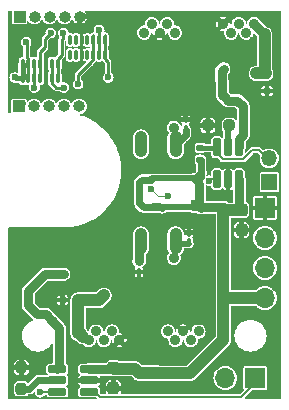
<source format=gbr>
%TF.GenerationSoftware,KiCad,Pcbnew,8.0.4*%
%TF.CreationDate,2024-08-19T21:40:42+03:00*%
%TF.ProjectId,Shield_Emergent_4,53686965-6c64-45f4-956d-657267656e74,rev?*%
%TF.SameCoordinates,Original*%
%TF.FileFunction,Copper,L4,Bot*%
%TF.FilePolarity,Positive*%
%FSLAX46Y46*%
G04 Gerber Fmt 4.6, Leading zero omitted, Abs format (unit mm)*
G04 Created by KiCad (PCBNEW 8.0.4) date 2024-08-19 21:40:42*
%MOMM*%
%LPD*%
G01*
G04 APERTURE LIST*
G04 Aperture macros list*
%AMRoundRect*
0 Rectangle with rounded corners*
0 $1 Rounding radius*
0 $2 $3 $4 $5 $6 $7 $8 $9 X,Y pos of 4 corners*
0 Add a 4 corners polygon primitive as box body*
4,1,4,$2,$3,$4,$5,$6,$7,$8,$9,$2,$3,0*
0 Add four circle primitives for the rounded corners*
1,1,$1+$1,$2,$3*
1,1,$1+$1,$4,$5*
1,1,$1+$1,$6,$7*
1,1,$1+$1,$8,$9*
0 Add four rect primitives between the rounded corners*
20,1,$1+$1,$2,$3,$4,$5,0*
20,1,$1+$1,$4,$5,$6,$7,0*
20,1,$1+$1,$6,$7,$8,$9,0*
20,1,$1+$1,$8,$9,$2,$3,0*%
G04 Aperture macros list end*
%TA.AperFunction,ComponentPad*%
%ADD10R,1.000000X1.000000*%
%TD*%
%TA.AperFunction,ComponentPad*%
%ADD11O,1.000000X1.000000*%
%TD*%
%TA.AperFunction,ComponentPad*%
%ADD12C,0.900000*%
%TD*%
%TA.AperFunction,ComponentPad*%
%ADD13O,1.100000X2.220000*%
%TD*%
%TA.AperFunction,ComponentPad*%
%ADD14R,1.700000X1.700000*%
%TD*%
%TA.AperFunction,ComponentPad*%
%ADD15O,1.700000X1.700000*%
%TD*%
%TA.AperFunction,SMDPad,CuDef*%
%ADD16RoundRect,0.135000X-0.185000X0.135000X-0.185000X-0.135000X0.185000X-0.135000X0.185000X0.135000X0*%
%TD*%
%TA.AperFunction,SMDPad,CuDef*%
%ADD17RoundRect,0.162500X0.617500X0.162500X-0.617500X0.162500X-0.617500X-0.162500X0.617500X-0.162500X0*%
%TD*%
%TA.AperFunction,SMDPad,CuDef*%
%ADD18RoundRect,0.150000X0.200000X-0.150000X0.200000X0.150000X-0.200000X0.150000X-0.200000X-0.150000X0*%
%TD*%
%TA.AperFunction,SMDPad,CuDef*%
%ADD19RoundRect,0.237500X0.237500X-0.250000X0.237500X0.250000X-0.237500X0.250000X-0.237500X-0.250000X0*%
%TD*%
%TA.AperFunction,ComponentPad*%
%ADD20R,1.350000X1.350000*%
%TD*%
%TA.AperFunction,ComponentPad*%
%ADD21O,1.350000X1.350000*%
%TD*%
%TA.AperFunction,SMDPad,CuDef*%
%ADD22RoundRect,0.100000X0.100000X-0.217500X0.100000X0.217500X-0.100000X0.217500X-0.100000X-0.217500X0*%
%TD*%
%TA.AperFunction,SMDPad,CuDef*%
%ADD23RoundRect,0.237500X-0.237500X0.300000X-0.237500X-0.300000X0.237500X-0.300000X0.237500X0.300000X0*%
%TD*%
%TA.AperFunction,SMDPad,CuDef*%
%ADD24RoundRect,0.075000X-0.075000X0.350000X-0.075000X-0.350000X0.075000X-0.350000X0.075000X0.350000X0*%
%TD*%
%TA.AperFunction,SMDPad,CuDef*%
%ADD25RoundRect,0.162500X0.162500X-0.617500X0.162500X0.617500X-0.162500X0.617500X-0.162500X-0.617500X0*%
%TD*%
%TA.AperFunction,SMDPad,CuDef*%
%ADD26RoundRect,0.100000X-0.100000X0.217500X-0.100000X-0.217500X0.100000X-0.217500X0.100000X0.217500X0*%
%TD*%
%TA.AperFunction,SMDPad,CuDef*%
%ADD27RoundRect,0.075000X0.075000X-0.350000X0.075000X0.350000X-0.075000X0.350000X-0.075000X-0.350000X0*%
%TD*%
%TA.AperFunction,SMDPad,CuDef*%
%ADD28RoundRect,0.237500X0.250000X0.237500X-0.250000X0.237500X-0.250000X-0.237500X0.250000X-0.237500X0*%
%TD*%
%TA.AperFunction,SMDPad,CuDef*%
%ADD29RoundRect,0.150000X-0.150000X-0.200000X0.150000X-0.200000X0.150000X0.200000X-0.150000X0.200000X0*%
%TD*%
%TA.AperFunction,ViaPad*%
%ADD30C,0.600000*%
%TD*%
%TA.AperFunction,Conductor*%
%ADD31C,0.800000*%
%TD*%
%TA.AperFunction,Conductor*%
%ADD32C,1.000000*%
%TD*%
%TA.AperFunction,Conductor*%
%ADD33C,0.500000*%
%TD*%
%TA.AperFunction,Conductor*%
%ADD34C,0.600000*%
%TD*%
%TA.AperFunction,Conductor*%
%ADD35C,0.400000*%
%TD*%
%TA.AperFunction,Conductor*%
%ADD36C,0.200000*%
%TD*%
%TA.AperFunction,Conductor*%
%ADD37C,0.250000*%
%TD*%
%TA.AperFunction,Conductor*%
%ADD38C,0.112000*%
%TD*%
G04 APERTURE END LIST*
D10*
%TO.P,J4,1,Pin_1*%
%TO.N,K1*%
X3400000Y-8600000D03*
D11*
%TO.P,J4,2,Pin_2*%
%TO.N,K3*%
X4670000Y-8600000D03*
%TO.P,J4,3,Pin_3*%
%TO.N,K5*%
X5940000Y-8600000D03*
%TO.P,J4,4,Pin_4*%
%TO.N,K7*%
X7210000Y-8600000D03*
%TO.P,J4,5,Pin_5*%
%TO.N,K9*%
X8480000Y-8600000D03*
%TD*%
D12*
%TO.P,X1,*%
%TO.N,*%
X16500000Y-10400000D03*
X16500000Y-21400000D03*
D13*
%TO.P,X1,S1,SHIELD*%
%TO.N,Shield*%
X16670000Y-11800000D03*
X13730000Y-11800000D03*
X16670000Y-20000000D03*
X13730000Y-20000000D03*
%TD*%
D14*
%TO.P,J2,1,Pin_1*%
%TO.N,GND*%
X24225000Y-17200000D03*
D15*
%TO.P,J2,2,Pin_2*%
%TO.N,D+*%
X24225000Y-19740000D03*
%TO.P,J2,3,Pin_3*%
%TO.N,D-*%
X24225000Y-22280000D03*
%TO.P,J2,4,Pin_4*%
%TO.N,VBUS*%
X24225000Y-24820000D03*
%TD*%
D14*
%TO.P,J6,1,Pin_1*%
%TO.N,EN2*%
X23400000Y-31600000D03*
D15*
%TO.P,J6,2,Pin_2*%
%TO.N,nFLT2*%
X20860000Y-31600000D03*
%TD*%
D10*
%TO.P,J7,1,Pin_1*%
%TO.N,K2*%
X3450000Y-1000000D03*
D11*
%TO.P,J7,2,Pin_2*%
%TO.N,K4*%
X4720000Y-1000000D03*
%TO.P,J7,3,Pin_3*%
%TO.N,K6*%
X5990000Y-1000000D03*
%TO.P,J7,4,Pin_4*%
%TO.N,K8*%
X7260000Y-1000000D03*
%TO.P,J7,5,Pin_5*%
%TO.N,GND*%
X8530000Y-1000000D03*
%TD*%
D16*
%TO.P,R6,1*%
%TO.N,nFLT1*%
X18750000Y-12090000D03*
%TO.P,R6,2*%
%TO.N,VBUS*%
X18750000Y-13110000D03*
%TD*%
D17*
%TO.P,U2,1,IN*%
%TO.N,VBUS*%
X9350000Y-30850000D03*
%TO.P,U2,2,GND*%
%TO.N,GND*%
X9350000Y-31800000D03*
%TO.P,U2,3,EN*%
%TO.N,EN2*%
X9350000Y-32750000D03*
%TO.P,U2,4,nFAULT*%
%TO.N,nFLT2*%
X6650000Y-32750000D03*
%TO.P,U2,5,ILIM*%
%TO.N,Net-(U2-ILIM)*%
X6650000Y-31800000D03*
%TO.P,U2,6,OUT*%
%TO.N,VOUT2*%
X6650000Y-30850000D03*
%TD*%
D18*
%TO.P,D1,1,A1*%
%TO.N,VOUT1*%
X24400000Y-5900000D03*
%TO.P,D1,2,A2*%
%TO.N,GND*%
X24400000Y-7300000D03*
%TD*%
D19*
%TO.P,R8,1*%
%TO.N,Net-(U2-ILIM)*%
X3600000Y-32512500D03*
%TO.P,R8,2*%
%TO.N,GND*%
X3600000Y-30687500D03*
%TD*%
D20*
%TO.P,J5,1,Pin_1*%
%TO.N,EN1*%
X24600000Y-15000000D03*
D21*
%TO.P,J5,2,Pin_2*%
%TO.N,nFLT1*%
X24600000Y-13000000D03*
%TD*%
D12*
%TO.P,J3,1,VBUS*%
%TO.N,VOUT2*%
X9300000Y-28400000D03*
%TO.P,J3,2,D-*%
%TO.N,2_D-*%
X9950000Y-27650000D03*
%TO.P,J3,3,D+*%
%TO.N,2_D+*%
X10600000Y-28400000D03*
%TO.P,J3,4,ID*%
%TO.N,unconnected-(J3-ID-Pad4)*%
X11250000Y-27650000D03*
%TO.P,J3,5,GND*%
%TO.N,GND*%
X11900000Y-28400000D03*
%TO.P,J3,6,SSTX-*%
%TO.N,TX2+*%
X16000000Y-27650000D03*
%TO.P,J3,7,SSTX+*%
%TO.N,TX2-*%
X16650000Y-28400000D03*
%TO.P,J3,8,DRAIN*%
%TO.N,GND*%
X17300000Y-27650000D03*
%TO.P,J3,9,SSRX-*%
%TO.N,RX2-*%
X17950000Y-28400000D03*
%TO.P,J3,10,SSRX+*%
%TO.N,RX2+*%
X18600000Y-27650000D03*
%TD*%
D22*
%TO.P,R2,1*%
%TO.N,Shield*%
X17500000Y-10507500D03*
%TO.P,R2,2*%
%TO.N,GND*%
X17500000Y-9692500D03*
%TD*%
D23*
%TO.P,C3,1*%
%TO.N,VBUS*%
X11400000Y-30737500D03*
%TO.P,C3,2*%
%TO.N,GND*%
X11400000Y-32462500D03*
%TD*%
D24*
%TO.P,U5,1,1*%
%TO.N,K1*%
X3700000Y-4975000D03*
%TO.P,U5,2,2*%
%TO.N,K2*%
X4200000Y-4975000D03*
%TO.P,U5,3,3*%
%TO.N,K3*%
X4700000Y-4975000D03*
%TO.P,U5,4,4*%
%TO.N,K4*%
X5200000Y-4975000D03*
%TO.P,U5,5,5*%
%TO.N,GND*%
X5700000Y-4975000D03*
%TO.P,U5,6,6*%
%TO.N,K5*%
X6200000Y-4975000D03*
%TO.P,U5,7,7*%
%TO.N,K6*%
X6700000Y-4975000D03*
%TO.P,U5,8,8*%
X6700000Y-6225000D03*
%TO.P,U5,9,9*%
%TO.N,K5*%
X6200000Y-6225000D03*
%TO.P,U5,10,10*%
%TO.N,GND*%
X5700000Y-6225000D03*
%TO.P,U5,11,11*%
%TO.N,K4*%
X5200000Y-6225000D03*
%TO.P,U5,12,12*%
%TO.N,K3*%
X4700000Y-6225000D03*
%TO.P,U5,13,13*%
%TO.N,K2*%
X4200000Y-6225000D03*
%TO.P,U5,14,14*%
%TO.N,K1*%
X3700000Y-6225000D03*
%TD*%
D12*
%TO.P,J1,1,VBUS*%
%TO.N,VOUT1*%
X23300000Y-1600000D03*
%TO.P,J1,2,D-*%
%TO.N,D-*%
X22650000Y-2350000D03*
%TO.P,J1,3,D+*%
%TO.N,D+*%
X22000000Y-1600000D03*
%TO.P,J1,4,ID*%
%TO.N,unconnected-(J1-ID-Pad4)*%
X21350000Y-2350000D03*
%TO.P,J1,5,GND*%
%TO.N,GND*%
X20700000Y-1600000D03*
%TO.P,J1,6,SSTX-*%
%TO.N,TX1-*%
X16600000Y-2350000D03*
%TO.P,J1,7,SSTX+*%
%TO.N,TX1+*%
X15950000Y-1600000D03*
%TO.P,J1,8,DRAIN*%
%TO.N,GND*%
X15300000Y-2350000D03*
%TO.P,J1,9,SSRX-*%
%TO.N,RX1-*%
X14650000Y-1600000D03*
%TO.P,J1,10,SSRX+*%
%TO.N,RX1+*%
X14000000Y-2350000D03*
%TD*%
D25*
%TO.P,U1,1,IN*%
%TO.N,VBUS*%
X22054522Y-14750000D03*
%TO.P,U1,2,GND*%
%TO.N,GND*%
X21104522Y-14750000D03*
%TO.P,U1,3,EN*%
%TO.N,EN1*%
X20154522Y-14750000D03*
%TO.P,U1,4,nFAULT*%
%TO.N,nFLT1*%
X20154522Y-12050000D03*
%TO.P,U1,5,ILIM*%
%TO.N,Net-(U1-ILIM)*%
X21104522Y-12050000D03*
%TO.P,U1,6,OUT*%
%TO.N,VOUT1*%
X22054522Y-12050000D03*
%TD*%
D26*
%TO.P,R3,1*%
%TO.N,Shield*%
X13550000Y-21792500D03*
%TO.P,R3,2*%
%TO.N,GND*%
X13550000Y-22607500D03*
%TD*%
D23*
%TO.P,C2,1*%
%TO.N,VBUS*%
X22250000Y-17337500D03*
%TO.P,C2,2*%
%TO.N,GND*%
X22250000Y-19062500D03*
%TD*%
D27*
%TO.P,U6,1,1*%
%TO.N,K9*%
X10700000Y-4225000D03*
%TO.P,U6,2,2*%
%TO.N,K8*%
X10200000Y-4225000D03*
%TO.P,U6,3,3*%
%TO.N,K7*%
X9700000Y-4225000D03*
%TO.P,U6,4,4*%
%TO.N,unconnected-(U6-Pad4)*%
X9200000Y-4225000D03*
%TO.P,U6,5,5*%
%TO.N,GND*%
X8700000Y-4225000D03*
%TO.P,U6,6,6*%
%TO.N,unconnected-(U6-Pad6)*%
X8200000Y-4225000D03*
%TO.P,U6,7,7*%
%TO.N,unconnected-(U6-Pad7)*%
X7700000Y-4225000D03*
%TO.P,U6,8,8*%
%TO.N,unconnected-(U6-Pad8)*%
X7700000Y-2975000D03*
%TO.P,U6,9,9*%
%TO.N,unconnected-(U6-Pad9)*%
X8200000Y-2975000D03*
%TO.P,U6,10,10*%
%TO.N,GND*%
X8700000Y-2975000D03*
%TO.P,U6,11,11*%
%TO.N,unconnected-(U6-Pad11)*%
X9200000Y-2975000D03*
%TO.P,U6,12,12*%
%TO.N,K7*%
X9700000Y-2975000D03*
%TO.P,U6,13,13*%
%TO.N,K8*%
X10200000Y-2975000D03*
%TO.P,U6,14,14*%
%TO.N,K9*%
X10700000Y-2975000D03*
%TD*%
D28*
%TO.P,R4,1*%
%TO.N,Net-(U1-ILIM)*%
X21217022Y-10200000D03*
%TO.P,R4,2*%
%TO.N,GND*%
X19392022Y-10200000D03*
%TD*%
D22*
%TO.P,R5,1*%
%TO.N,Shield*%
X17800000Y-20107500D03*
%TO.P,R5,2*%
%TO.N,GND*%
X17800000Y-19292500D03*
%TD*%
D29*
%TO.P,D2,1,A1*%
%TO.N,VOUT2*%
X8500000Y-25000000D03*
%TO.P,D2,2,A2*%
%TO.N,GND*%
X7100000Y-25000000D03*
%TD*%
D30*
%TO.N,VOUT1*%
X23500000Y-5800000D03*
X24200000Y-2450000D03*
X20750000Y-5400000D03*
X21900000Y-8100000D03*
X24200000Y-3450000D03*
X20600000Y-6400000D03*
X20800000Y-7800000D03*
%TO.N,GND*%
X8000000Y-31400000D03*
X14100000Y-25500000D03*
X19250000Y-7100000D03*
X25000000Y-11200000D03*
X22000000Y-30400000D03*
X5350000Y-24300000D03*
X12750000Y-9600000D03*
X21534403Y-13600000D03*
X19450000Y-22550000D03*
X3200000Y-24800000D03*
X15200000Y-3200000D03*
X23000000Y-16000000D03*
X18850000Y-25150000D03*
X11200000Y-29200000D03*
X13050000Y-7600000D03*
X17800000Y-12600000D03*
X15750000Y-19000000D03*
X18592203Y-1092203D03*
X12450000Y-12350000D03*
X24600000Y-1200000D03*
X8100000Y-29800000D03*
X16400000Y-32600000D03*
X15000000Y-30000000D03*
X12600000Y-29300000D03*
X23100000Y-7450000D03*
X12400000Y-25000000D03*
X18800000Y-23100000D03*
X23600000Y-11250000D03*
X13300000Y-10300000D03*
X19000000Y-28600000D03*
X16800000Y-3400000D03*
X22548427Y-13644951D03*
X15500000Y-22800000D03*
X20400000Y-4100000D03*
X12600000Y-32600000D03*
X25000000Y-32800000D03*
X5400000Y-21200000D03*
X19200000Y-2500000D03*
X18800000Y-26600000D03*
X20600000Y-13600000D03*
X15700000Y-26800000D03*
X12800000Y-3200000D03*
X12650000Y-19300000D03*
X16500000Y-9400000D03*
X10850000Y-1850000D03*
X24900000Y-8600000D03*
X19100000Y-7900000D03*
X25200000Y-23600000D03*
X11900000Y-20000000D03*
X22000000Y-26200000D03*
X21800000Y-21300000D03*
X5350000Y-1750000D03*
X21400000Y-29600000D03*
X14700000Y-8300000D03*
X24800000Y-26600000D03*
X23700000Y-8600000D03*
X23200000Y-3000000D03*
X14950000Y-27900000D03*
X12250000Y-17900000D03*
X5000000Y-30800000D03*
X12595144Y-11381856D03*
X3200000Y-27500000D03*
X23200000Y-14000000D03*
X13000000Y-28100000D03*
X10350000Y-6850000D03*
X15300000Y-950000D03*
X17650000Y-21400000D03*
X19577000Y-13709395D03*
X8000000Y-30600000D03*
X5250000Y-25000000D03*
X8700000Y-2250000D03*
X19600000Y-19600000D03*
X14500000Y-21800000D03*
X12375000Y-13900000D03*
X10400000Y-19200000D03*
X10300000Y-7950000D03*
X18000000Y-5000000D03*
X15200000Y-14000000D03*
X13500000Y-1100000D03*
X12200000Y-27400000D03*
X24900000Y-9900000D03*
X12600000Y-22600000D03*
X16500000Y-7800000D03*
X23450000Y-18550000D03*
X16800000Y-30200000D03*
X2850000Y-7550000D03*
X20200000Y-2400000D03*
X12000000Y-3000000D03*
X13000000Y-23450000D03*
X10400000Y-18200000D03*
X10300000Y-5250000D03*
X19600000Y-1800000D03*
X25000000Y-18600000D03*
X14000000Y-23450000D03*
X22400000Y-23800000D03*
X7200000Y-20800000D03*
X16000000Y-7200000D03*
X10500000Y-32200000D03*
X12600000Y-6200000D03*
X19600000Y-18800000D03*
X17800000Y-2400000D03*
X19400000Y-32600000D03*
X14800000Y-29000000D03*
X25150000Y-6600000D03*
X9123000Y-7250000D03*
X18026999Y-13900000D03*
X25000000Y-21000000D03*
X7200000Y-24150000D03*
X17800000Y-11800000D03*
X14700000Y-9100000D03*
X10200000Y-1000000D03*
X24050000Y-29800000D03*
X4400000Y-20800000D03*
X7873000Y-7277354D03*
X23600000Y-9900000D03*
X17900000Y-7100000D03*
X12600000Y-31800000D03*
X19000000Y-9000000D03*
X12200000Y-900000D03*
X12050000Y-7300000D03*
X17300000Y-29200000D03*
X7250000Y-25900000D03*
X14850000Y-9800000D03*
X12600000Y-20850000D03*
X5250000Y-7700000D03*
X10050000Y-9400000D03*
X9600000Y-21200000D03*
X19600000Y-20600000D03*
X2800000Y-31400000D03*
X24800000Y-11800000D03*
X17800000Y-6000000D03*
X19200000Y-6050000D03*
X14500000Y-21800000D03*
X23000000Y-14800000D03*
X18900000Y-23900000D03*
X17800000Y-1100000D03*
X8000000Y-32200000D03*
X3450000Y-2300000D03*
X16900000Y-1100000D03*
X18600000Y-11000000D03*
X5650000Y-7200000D03*
X17100000Y-22300000D03*
X15700000Y-21000000D03*
X22300000Y-22300000D03*
X15888069Y-17902560D03*
X10800000Y-9900000D03*
%TO.N,VBUS*%
X14700000Y-17150000D03*
X14600000Y-14800000D03*
X20800000Y-24900000D03*
X19800000Y-29400000D03*
X20800000Y-26500000D03*
X20700000Y-28400000D03*
X12400000Y-30800000D03*
X18775000Y-17175000D03*
X20800000Y-20800000D03*
X18000000Y-31100000D03*
X18200000Y-16800000D03*
X20700000Y-22700000D03*
X20700000Y-19200000D03*
X15200000Y-31200000D03*
X18850000Y-14200000D03*
X15537961Y-17227000D03*
X21000000Y-17400000D03*
X13575000Y-31175000D03*
X16600000Y-31200000D03*
X19100000Y-30100000D03*
%TO.N,VOUT2*%
X7200000Y-22800000D03*
X8400000Y-25800000D03*
X4550000Y-25800000D03*
X6800000Y-27450000D03*
X5700000Y-26300000D03*
X10600000Y-24600000D03*
X8400000Y-26600000D03*
X8400000Y-27800000D03*
X6800000Y-29850000D03*
X4200000Y-24650000D03*
%TO.N,D-*%
X14600000Y-15600000D03*
X16000000Y-16175000D03*
%TO.N,EN1*%
X19489714Y-14885039D03*
%TO.N,nFLT2*%
X5200000Y-32800000D03*
%TO.N,K5*%
X7200000Y-7000000D03*
%TO.N,K3*%
X4700000Y-7000000D03*
%TO.N,K1*%
X3050000Y-6150000D03*
%TO.N,K9*%
X10950000Y-6150000D03*
%TO.N,K7*%
X8400000Y-6700000D03*
%TO.N,K6*%
X7167574Y-2414817D03*
%TO.N,K8*%
X10189912Y-2154657D03*
%TO.N,K2*%
X3998000Y-3158831D03*
%TO.N,K4*%
X6095654Y-2380083D03*
%TD*%
D31*
%TO.N,VOUT1*%
X20550000Y-6350000D02*
X20600000Y-6400000D01*
X22054522Y-11345478D02*
X22054522Y-12050000D01*
D32*
X24294512Y-5794512D02*
X24200000Y-5700000D01*
D31*
X23300000Y-1600000D02*
X24150000Y-2450000D01*
X20600000Y-7600000D02*
X20800000Y-7800000D01*
X24200000Y-2450000D02*
X24200000Y-2500000D01*
D32*
X23500000Y-5800000D02*
X24289024Y-5800000D01*
D31*
X20750000Y-5400000D02*
X20550000Y-5600000D01*
X20550000Y-5600000D02*
X20550000Y-6350000D01*
X21100000Y-8100000D02*
X20800000Y-7800000D01*
X21900000Y-8100000D02*
X21100000Y-8100000D01*
X22400000Y-11000000D02*
X22054522Y-11345478D01*
X24150000Y-2450000D02*
X24200000Y-2450000D01*
X24200000Y-2500000D02*
X24200000Y-2500000D01*
X20600000Y-6400000D02*
X20600000Y-7600000D01*
D32*
X24200000Y-2500000D02*
X24200000Y-3450000D01*
D31*
X22400000Y-8600000D02*
X22400000Y-11000000D01*
D32*
X24200000Y-5700000D02*
X24200000Y-3450000D01*
X24289024Y-5800000D02*
X24294512Y-5794512D01*
D31*
X21900000Y-8100000D02*
X22400000Y-8600000D01*
%TO.N,VBUS*%
X18650000Y-17050000D02*
X18775000Y-17175000D01*
D33*
X14700000Y-17150000D02*
X14805481Y-17044519D01*
D32*
X13575000Y-31175000D02*
X13200000Y-30800000D01*
X20880000Y-24820000D02*
X20800000Y-24900000D01*
D33*
X18050577Y-17150000D02*
X15614961Y-17150000D01*
D34*
X15460961Y-17150000D02*
X15537961Y-17227000D01*
D32*
X13200000Y-30800000D02*
X11462500Y-30800000D01*
D34*
X13600000Y-15000000D02*
X13800000Y-14800000D01*
D31*
X18650000Y-15850000D02*
X18650000Y-17050000D01*
D34*
X18150000Y-14700000D02*
X18650000Y-15200000D01*
D31*
X11287500Y-30850000D02*
X11400000Y-30737500D01*
D33*
X18775000Y-17175000D02*
X18595597Y-17175000D01*
X18400000Y-14700000D02*
X18100000Y-14700000D01*
X14600000Y-14800000D02*
X14700000Y-14700000D01*
X18102577Y-17202000D02*
X18050577Y-17150000D01*
D34*
X13800000Y-14800000D02*
X14600000Y-14800000D01*
D33*
X14805481Y-17044519D02*
X15355481Y-17044519D01*
D32*
X17900000Y-31200000D02*
X18000000Y-31100000D01*
X15175000Y-31175000D02*
X15200000Y-31200000D01*
D31*
X9350000Y-30850000D02*
X11287500Y-30850000D01*
X22054522Y-17142022D02*
X22250000Y-17337500D01*
X22187500Y-17400000D02*
X21937500Y-17400000D01*
D33*
X14700000Y-14700000D02*
X17900000Y-14700000D01*
D31*
X22250000Y-17337500D02*
X22187500Y-17400000D01*
D33*
X18568597Y-17202000D02*
X18102577Y-17202000D01*
D32*
X24225000Y-24820000D02*
X20880000Y-24820000D01*
D35*
X18650000Y-15963288D02*
X18650000Y-15850000D01*
D32*
X15200000Y-31200000D02*
X16600000Y-31200000D01*
D34*
X20750000Y-17150000D02*
X21000000Y-17400000D01*
D32*
X20700000Y-17700000D02*
X21000000Y-17400000D01*
D33*
X18850000Y-14200000D02*
X18850000Y-14250000D01*
D34*
X18800000Y-13160000D02*
X18750000Y-13110000D01*
D31*
X18750000Y-17150000D02*
X20750000Y-17150000D01*
X18650000Y-15850000D02*
X18650000Y-15200000D01*
D33*
X15614961Y-17150000D02*
X15537961Y-17227000D01*
D36*
X13690000Y-31290000D02*
X13575000Y-31175000D01*
D32*
X16600000Y-31200000D02*
X17900000Y-31200000D01*
D34*
X18650000Y-15200000D02*
X18650000Y-14700000D01*
X13950000Y-17150000D02*
X13600000Y-16800000D01*
D32*
X20700000Y-19200000D02*
X20700000Y-17700000D01*
D35*
X18750000Y-16063288D02*
X18650000Y-15963288D01*
D34*
X14700000Y-17150000D02*
X13950000Y-17150000D01*
X18650000Y-14700000D02*
X18800000Y-14550000D01*
D31*
X22054522Y-14750000D02*
X22054522Y-17142022D01*
D33*
X18100000Y-14700000D02*
X17900000Y-14700000D01*
D34*
X18800000Y-14550000D02*
X18800000Y-13160000D01*
X14700000Y-17150000D02*
X15460961Y-17150000D01*
D37*
X11462500Y-30800000D02*
X11400000Y-30737500D01*
D32*
X21937500Y-17400000D02*
X21000000Y-17400000D01*
X20700000Y-19200000D02*
X20700000Y-28400000D01*
D33*
X18775000Y-17175000D02*
X18750000Y-17150000D01*
D34*
X13600000Y-16800000D02*
X13600000Y-15000000D01*
D32*
X18000000Y-31100000D02*
X20700000Y-28400000D01*
D33*
X18850000Y-14250000D02*
X18400000Y-14700000D01*
X18100000Y-14700000D02*
X18150000Y-14700000D01*
D36*
X18650000Y-13160000D02*
X18600000Y-13110000D01*
D32*
X13575000Y-31175000D02*
X15175000Y-31175000D01*
D33*
X17900000Y-14700000D02*
X18650000Y-14700000D01*
X18595597Y-17175000D02*
X18568597Y-17202000D01*
X18750000Y-17150000D02*
X18050577Y-17150000D01*
D31*
%TO.N,VOUT2*%
X6125463Y-26650001D02*
X5775462Y-26300000D01*
D32*
X8544365Y-27800000D02*
X8850000Y-28105635D01*
D31*
X4200000Y-25450000D02*
X4200000Y-24650000D01*
X6600000Y-30800000D02*
X6650000Y-30850000D01*
D32*
X8400000Y-27000000D02*
X8400000Y-27655635D01*
X8400000Y-25000000D02*
X10200000Y-25000000D01*
D31*
X5600000Y-22800000D02*
X7200000Y-22800000D01*
X5700000Y-26300000D02*
X5700000Y-26224538D01*
X6152868Y-26669516D02*
X6125463Y-26650001D01*
D32*
X8400000Y-25800000D02*
X8400000Y-25000000D01*
D31*
X5675462Y-26200000D02*
X4950000Y-26200000D01*
X5775462Y-26300000D02*
X5700000Y-26300000D01*
X6800000Y-29850000D02*
X6800000Y-27450000D01*
D34*
X8400000Y-27500000D02*
X9300000Y-28400000D01*
D32*
X8400000Y-27655635D02*
X8400000Y-27655635D01*
D31*
X5700000Y-26224538D02*
X5675462Y-26200000D01*
D32*
X8400000Y-27800000D02*
X8544365Y-27800000D01*
D31*
X6650000Y-30850000D02*
X6800000Y-30700000D01*
D32*
X10200000Y-25000000D02*
X10600000Y-24600000D01*
D31*
X6800000Y-27450000D02*
X6800000Y-27324538D01*
X4550000Y-25800000D02*
X4200000Y-25450000D01*
D32*
X8400000Y-27000000D02*
X8400000Y-26600000D01*
D31*
X6800000Y-27324538D02*
X6314679Y-26839217D01*
D32*
X8400000Y-27655635D02*
X8400000Y-27800000D01*
D31*
X4200000Y-24650000D02*
X4200000Y-24200000D01*
X4950000Y-26200000D02*
X4550000Y-25800000D01*
X4200000Y-24200000D02*
X5600000Y-22800000D01*
D34*
X8400000Y-27000000D02*
X8400000Y-27500000D01*
D31*
X6800000Y-30700000D02*
X6800000Y-29850000D01*
D32*
X8400000Y-26600000D02*
X8400000Y-25800000D01*
D31*
X6314679Y-26839217D02*
X6152868Y-26669516D01*
D36*
%TO.N,D-*%
X16000000Y-16175000D02*
X15887824Y-16175000D01*
D38*
X15175000Y-16175000D02*
X16000000Y-16175000D01*
X14600000Y-15600000D02*
X15175000Y-16175000D01*
D36*
%TO.N,nFLT1*%
X23725000Y-12325000D02*
X24400000Y-13000000D01*
X23129709Y-12325000D02*
X23725000Y-12325000D01*
X20154522Y-12050000D02*
X20154522Y-12576762D01*
X20154522Y-12576762D02*
X20634760Y-13057000D01*
X22397709Y-13057000D02*
X23129709Y-12325000D01*
D35*
X20114522Y-12090000D02*
X20154522Y-12050000D01*
D36*
X20634760Y-13057000D02*
X22397709Y-13057000D01*
D35*
X18800000Y-12090000D02*
X20114522Y-12090000D01*
D36*
%TO.N,EN1*%
X19489714Y-14885039D02*
X19624753Y-14750000D01*
X19624753Y-14750000D02*
X20154522Y-14750000D01*
%TO.N,EN2*%
X22200000Y-33227000D02*
X23400000Y-32027000D01*
X19600000Y-33227000D02*
X10277000Y-33227000D01*
X22200000Y-33227000D02*
X19600000Y-33227000D01*
X9800000Y-32750000D02*
X9350000Y-32750000D01*
X23400000Y-32027000D02*
X23400000Y-31600000D01*
X10277000Y-33227000D02*
X9800000Y-32750000D01*
%TO.N,nFLT2*%
X6600000Y-32800000D02*
X6650000Y-32750000D01*
X20387000Y-32073000D02*
X20860000Y-31600000D01*
X5200000Y-32800000D02*
X6600000Y-32800000D01*
D34*
%TO.N,Shield*%
X17500000Y-11010000D02*
X17500000Y-10610000D01*
D31*
X13600000Y-21640000D02*
X13600000Y-20130000D01*
D33*
X17800000Y-20210000D02*
X16880000Y-20210000D01*
X16670000Y-11800000D02*
X16710000Y-11800000D01*
X16880000Y-20210000D02*
X16670000Y-20000000D01*
D34*
X16710000Y-11800000D02*
X17500000Y-11010000D01*
D31*
X13550000Y-21690000D02*
X13600000Y-21640000D01*
D33*
X13600000Y-20130000D02*
X13730000Y-20000000D01*
%TO.N,Net-(U1-ILIM)*%
X21104522Y-10312500D02*
X21217022Y-10200000D01*
X21104522Y-12050000D02*
X21104522Y-10312500D01*
D34*
%TO.N,Net-(U2-ILIM)*%
X4287500Y-32512500D02*
X3600000Y-32512500D01*
X6650000Y-31800000D02*
X5000000Y-31800000D01*
X5000000Y-31800000D02*
X4287500Y-32512500D01*
D37*
%TO.N,K5*%
X6200000Y-8340000D02*
X5940000Y-8600000D01*
X6200000Y-6649999D02*
X6550001Y-7000000D01*
X6200000Y-6225000D02*
X6200000Y-6649999D01*
X6200000Y-4975000D02*
X6200000Y-6225000D01*
X6550001Y-7000000D02*
X7200000Y-7000000D01*
%TO.N,K3*%
X4700000Y-8570000D02*
X4670000Y-8600000D01*
X4700000Y-7000000D02*
X4700000Y-7100000D01*
X4700000Y-7000000D02*
X4700000Y-4975000D01*
D35*
%TO.N,K1*%
X3050000Y-6150000D02*
X3125000Y-6225000D01*
X3700000Y-8300000D02*
X3400000Y-8600000D01*
X3700000Y-6225000D02*
X3700000Y-4975000D01*
X3125000Y-6225000D02*
X3700000Y-6225000D01*
D37*
%TO.N,K9*%
X10950000Y-4850000D02*
X10700000Y-4600000D01*
X10950000Y-6150000D02*
X10950000Y-4850000D01*
X10700000Y-4600000D02*
X10700000Y-2575000D01*
%TO.N,K7*%
X9700000Y-4614526D02*
X9700000Y-2575000D01*
X8400000Y-6700000D02*
X8400000Y-5900000D01*
X9398000Y-4902000D02*
X9412526Y-4902000D01*
X8400000Y-5900000D02*
X9398000Y-4902000D01*
X9412526Y-4902000D02*
X9700000Y-4614526D01*
%TO.N,K6*%
X7000000Y-2950000D02*
X7000000Y-4250000D01*
X7000000Y-4250000D02*
X6700000Y-4550000D01*
X6700000Y-4550000D02*
X6700000Y-4975000D01*
X6700000Y-4975000D02*
X6700000Y-6225000D01*
X7167574Y-2782426D02*
X7000000Y-2950000D01*
X7167574Y-2414817D02*
X7167574Y-2782426D01*
%TO.N,K8*%
X10200000Y-3825000D02*
X10200000Y-2150001D01*
D38*
X9974999Y-1939744D02*
X9974999Y-1925000D01*
X10189912Y-2154657D02*
X9974999Y-1939744D01*
D37*
%TO.N,K2*%
X4050000Y-3210831D02*
X4050000Y-4435474D01*
X3998000Y-3158831D02*
X4050000Y-3210831D01*
X4200000Y-4585474D02*
X4200000Y-6225000D01*
X4050000Y-4435474D02*
X4200000Y-4585474D01*
%TO.N,K4*%
X6095654Y-2380083D02*
X5600000Y-2875737D01*
X5600000Y-2875737D02*
X5600000Y-3600000D01*
X5600000Y-3600000D02*
X5200000Y-4000000D01*
X5200000Y-4000000D02*
X5200000Y-4975000D01*
X5200000Y-6225000D02*
X5200000Y-4975000D01*
%TD*%
%TA.AperFunction,Conductor*%
%TO.N,GND*%
G36*
X2785148Y-514352D02*
G01*
X2799500Y-549000D01*
X2799500Y-1514823D01*
X2808232Y-1558721D01*
X2841495Y-1608504D01*
X2887879Y-1639496D01*
X2891278Y-1641767D01*
X2935180Y-1650500D01*
X3964820Y-1650500D01*
X4008722Y-1641767D01*
X4058504Y-1608504D01*
X4091767Y-1558722D01*
X4100500Y-1514820D01*
X4100500Y-1404862D01*
X4114852Y-1370214D01*
X4149500Y-1355862D01*
X4184148Y-1370214D01*
X4189824Y-1377024D01*
X4229517Y-1434530D01*
X4347760Y-1539283D01*
X4487635Y-1612696D01*
X4641015Y-1650500D01*
X4641016Y-1650500D01*
X4798983Y-1650500D01*
X4798985Y-1650500D01*
X4952365Y-1612696D01*
X5092240Y-1539283D01*
X5210483Y-1434530D01*
X5300220Y-1304523D01*
X5309184Y-1280887D01*
X5334889Y-1253579D01*
X5372375Y-1252446D01*
X5399683Y-1278151D01*
X5400816Y-1280887D01*
X5409779Y-1304522D01*
X5409780Y-1304524D01*
X5448031Y-1359940D01*
X5499517Y-1434530D01*
X5617760Y-1539283D01*
X5757635Y-1612696D01*
X5911015Y-1650500D01*
X5911016Y-1650500D01*
X6068983Y-1650500D01*
X6068985Y-1650500D01*
X6222365Y-1612696D01*
X6362240Y-1539283D01*
X6480483Y-1434530D01*
X6570220Y-1304523D01*
X6579184Y-1280887D01*
X6604889Y-1253579D01*
X6642375Y-1252446D01*
X6669683Y-1278151D01*
X6670816Y-1280887D01*
X6679779Y-1304522D01*
X6679780Y-1304524D01*
X6718031Y-1359940D01*
X6769517Y-1434530D01*
X6887760Y-1539283D01*
X7027635Y-1612696D01*
X7181015Y-1650500D01*
X7181016Y-1650500D01*
X7338983Y-1650500D01*
X7338985Y-1650500D01*
X7492365Y-1612696D01*
X7632240Y-1539283D01*
X7750483Y-1434530D01*
X7840220Y-1304523D01*
X7849451Y-1280181D01*
X7875156Y-1252874D01*
X7912642Y-1251741D01*
X7939950Y-1277446D01*
X7941083Y-1280181D01*
X7950225Y-1304288D01*
X8039897Y-1434198D01*
X8158045Y-1538867D01*
X8158050Y-1538871D01*
X8297812Y-1612223D01*
X8329999Y-1620157D01*
X8330000Y-1620156D01*
X8330000Y-1259618D01*
X8330446Y-1260064D01*
X8404555Y-1302851D01*
X8487213Y-1325000D01*
X8572787Y-1325000D01*
X8655445Y-1302851D01*
X8729554Y-1260064D01*
X8730000Y-1259618D01*
X8730000Y-1620157D01*
X8762187Y-1612223D01*
X8901949Y-1538871D01*
X8901954Y-1538867D01*
X9020102Y-1434198D01*
X9109774Y-1304287D01*
X9149325Y-1200000D01*
X8789618Y-1200000D01*
X8790064Y-1199554D01*
X8832851Y-1125445D01*
X8855000Y-1042787D01*
X8855000Y-957213D01*
X8832851Y-874555D01*
X8790064Y-800446D01*
X8789618Y-800000D01*
X9149324Y-800000D01*
X9109774Y-695711D01*
X9109773Y-695709D01*
X9027719Y-576835D01*
X9019848Y-540168D01*
X9040210Y-508674D01*
X9068045Y-500000D01*
X25500500Y-500000D01*
X25535148Y-514352D01*
X25549500Y-549000D01*
X25549500Y-33300500D01*
X25535148Y-33335148D01*
X25500500Y-33349500D01*
X22550057Y-33349500D01*
X22515409Y-33335148D01*
X22501057Y-33300500D01*
X22515409Y-33265852D01*
X23166409Y-32614852D01*
X23201057Y-32600500D01*
X24264820Y-32600500D01*
X24308722Y-32591767D01*
X24358504Y-32558504D01*
X24391767Y-32508722D01*
X24400500Y-32464820D01*
X24400500Y-30735180D01*
X24391767Y-30691278D01*
X24378342Y-30671186D01*
X24358504Y-30641495D01*
X24308721Y-30608232D01*
X24264823Y-30599500D01*
X24264820Y-30599500D01*
X22535180Y-30599500D01*
X22535176Y-30599500D01*
X22491278Y-30608232D01*
X22441495Y-30641495D01*
X22408232Y-30691278D01*
X22399500Y-30735176D01*
X22399500Y-32464823D01*
X22408232Y-32508721D01*
X22441495Y-32558504D01*
X22443216Y-32560225D01*
X22444147Y-32562473D01*
X22444177Y-32562518D01*
X22444168Y-32562523D01*
X22457568Y-32594873D01*
X22443216Y-32629521D01*
X22110591Y-32962148D01*
X22075943Y-32976500D01*
X12043323Y-32976500D01*
X12008675Y-32962148D01*
X11994323Y-32927500D01*
X11999664Y-32905254D01*
X12010626Y-32883738D01*
X12025000Y-32792994D01*
X12025000Y-32662500D01*
X10775000Y-32662500D01*
X10775000Y-32792994D01*
X10789373Y-32883738D01*
X10800336Y-32905254D01*
X10803279Y-32942641D01*
X10778923Y-32971159D01*
X10756677Y-32976500D01*
X10401056Y-32976500D01*
X10366408Y-32962148D01*
X10294851Y-32890591D01*
X10280499Y-32855943D01*
X10280499Y-32550825D01*
X10280499Y-32550824D01*
X10280499Y-32550822D01*
X10274499Y-32505240D01*
X10274498Y-32505238D01*
X10242168Y-32435907D01*
X10227850Y-32405201D01*
X10227849Y-32405200D01*
X10227848Y-32405198D01*
X10149801Y-32327151D01*
X10133198Y-32319409D01*
X10132605Y-32319132D01*
X10107270Y-32291483D01*
X10108906Y-32254015D01*
X10132607Y-32230315D01*
X10149508Y-32222433D01*
X10149510Y-32222432D01*
X10227432Y-32144510D01*
X10227433Y-32144508D01*
X10233263Y-32132005D01*
X10775000Y-32132005D01*
X10775000Y-32262500D01*
X11200000Y-32262500D01*
X11600000Y-32262500D01*
X12025000Y-32262500D01*
X12025000Y-32132005D01*
X12010627Y-32041262D01*
X11954903Y-31931896D01*
X11954901Y-31931893D01*
X11868106Y-31845098D01*
X11868103Y-31845096D01*
X11758737Y-31789372D01*
X11667994Y-31775000D01*
X11600000Y-31775000D01*
X11600000Y-32262500D01*
X11200000Y-32262500D01*
X11200000Y-31775000D01*
X11132006Y-31775000D01*
X11041262Y-31789372D01*
X10931896Y-31845096D01*
X10931893Y-31845098D01*
X10845098Y-31931893D01*
X10845096Y-31931896D01*
X10789372Y-32041262D01*
X10775000Y-32132005D01*
X10233263Y-32132005D01*
X10274009Y-32044628D01*
X10279884Y-32000000D01*
X8420117Y-32000000D01*
X8425990Y-32044626D01*
X8425992Y-32044632D01*
X8472567Y-32144510D01*
X8550489Y-32222432D01*
X8567393Y-32230315D01*
X8592729Y-32257966D01*
X8591093Y-32295433D01*
X8567393Y-32319133D01*
X8550198Y-32327151D01*
X8472151Y-32405198D01*
X8472150Y-32405200D01*
X8425501Y-32505238D01*
X8425037Y-32508765D01*
X8419501Y-32550820D01*
X8419500Y-32550824D01*
X8419500Y-32949174D01*
X8419501Y-32949179D01*
X8425500Y-32994760D01*
X8472150Y-33094799D01*
X8472151Y-33094801D01*
X8550198Y-33172848D01*
X8550200Y-33172849D01*
X8550201Y-33172850D01*
X8650240Y-33219499D01*
X8695821Y-33225500D01*
X9900942Y-33225499D01*
X9935590Y-33239851D01*
X9961591Y-33265852D01*
X9975943Y-33300500D01*
X9961591Y-33335148D01*
X9926943Y-33349500D01*
X2549000Y-33349500D01*
X2514352Y-33335148D01*
X2500000Y-33300500D01*
X2500000Y-32231968D01*
X2974500Y-32231968D01*
X2974500Y-32793030D01*
X2988890Y-32883893D01*
X3044684Y-32993396D01*
X3044689Y-32993403D01*
X3131596Y-33080310D01*
X3131603Y-33080315D01*
X3241103Y-33136107D01*
X3241107Y-33136109D01*
X3331967Y-33150500D01*
X3868032Y-33150499D01*
X3958893Y-33136109D01*
X4039969Y-33094799D01*
X4068396Y-33080315D01*
X4068398Y-33080313D01*
X4068403Y-33080311D01*
X4155311Y-32993403D01*
X4155315Y-32993396D01*
X4157171Y-32989754D01*
X4185688Y-32965398D01*
X4200830Y-32963000D01*
X4346811Y-32963000D01*
X4376930Y-32954928D01*
X4437173Y-32938786D01*
X4461387Y-32932299D01*
X4564114Y-32872989D01*
X4662102Y-32774999D01*
X4696750Y-32760648D01*
X4731398Y-32775000D01*
X4745251Y-32802675D01*
X4763301Y-32928223D01*
X4817118Y-33046063D01*
X4833398Y-33064852D01*
X4901951Y-33143967D01*
X5010931Y-33214004D01*
X5080093Y-33234311D01*
X5135223Y-33250499D01*
X5135228Y-33250500D01*
X5264772Y-33250500D01*
X5264776Y-33250499D01*
X5301040Y-33239851D01*
X5389069Y-33214004D01*
X5498049Y-33143967D01*
X5564383Y-33067412D01*
X5597919Y-33050625D01*
X5601415Y-33050500D01*
X5720277Y-33050500D01*
X5754925Y-33064852D01*
X5764686Y-33078792D01*
X5772150Y-33094799D01*
X5772151Y-33094801D01*
X5850198Y-33172848D01*
X5850200Y-33172849D01*
X5850201Y-33172850D01*
X5950240Y-33219499D01*
X5995821Y-33225500D01*
X7304178Y-33225499D01*
X7349760Y-33219499D01*
X7449799Y-33172850D01*
X7527850Y-33094799D01*
X7574499Y-32994760D01*
X7580500Y-32949179D01*
X7580499Y-32550822D01*
X7574499Y-32505240D01*
X7574498Y-32505238D01*
X7542168Y-32435907D01*
X7527850Y-32405201D01*
X7527849Y-32405200D01*
X7527848Y-32405198D01*
X7449801Y-32327151D01*
X7449799Y-32327150D01*
X7433198Y-32319409D01*
X7407861Y-32291759D01*
X7409497Y-32254292D01*
X7433198Y-32230591D01*
X7433790Y-32230315D01*
X7449799Y-32222850D01*
X7527850Y-32144799D01*
X7574499Y-32044760D01*
X7580500Y-31999179D01*
X7580499Y-31600822D01*
X7574499Y-31555240D01*
X7527850Y-31455201D01*
X7527849Y-31455200D01*
X7527848Y-31455198D01*
X7449801Y-31377151D01*
X7449799Y-31377150D01*
X7433198Y-31369409D01*
X7407861Y-31341759D01*
X7409497Y-31304292D01*
X7433198Y-31280591D01*
X7449799Y-31272850D01*
X7527850Y-31194799D01*
X7574499Y-31094760D01*
X7580500Y-31049179D01*
X7580499Y-30650824D01*
X8419500Y-30650824D01*
X8419500Y-31049174D01*
X8419501Y-31049179D01*
X8425500Y-31094760D01*
X8472150Y-31194799D01*
X8472151Y-31194801D01*
X8550199Y-31272849D01*
X8550200Y-31272849D01*
X8550201Y-31272850D01*
X8567392Y-31280866D01*
X8592729Y-31308515D01*
X8591093Y-31345983D01*
X8567395Y-31369683D01*
X8550490Y-31377566D01*
X8472567Y-31455489D01*
X8472566Y-31455491D01*
X8425990Y-31555371D01*
X8420116Y-31599999D01*
X8420117Y-31600000D01*
X10279882Y-31600000D01*
X10279882Y-31599999D01*
X10274009Y-31555373D01*
X10274007Y-31555367D01*
X10234297Y-31470209D01*
X10232661Y-31432741D01*
X10257997Y-31405091D01*
X10278706Y-31400500D01*
X11008522Y-31400500D01*
X11030768Y-31405841D01*
X11041107Y-31411109D01*
X11131967Y-31425500D01*
X11267918Y-31425499D01*
X11277478Y-31426441D01*
X11371396Y-31445122D01*
X11398431Y-31450500D01*
X12910258Y-31450500D01*
X12944906Y-31464852D01*
X13160331Y-31680277D01*
X13252553Y-31741897D01*
X13266873Y-31751465D01*
X13385256Y-31800501D01*
X13510931Y-31825500D01*
X15005423Y-31825500D01*
X15014983Y-31826442D01*
X15108764Y-31845096D01*
X15135931Y-31850500D01*
X17964069Y-31850500D01*
X18089744Y-31825501D01*
X18208127Y-31776465D01*
X18314669Y-31705277D01*
X18419947Y-31599999D01*
X19854659Y-31599999D01*
X19854659Y-31600000D01*
X19873976Y-31796132D01*
X19873976Y-31796133D01*
X19931185Y-31984726D01*
X19963203Y-32044626D01*
X20016747Y-32144801D01*
X20024092Y-32158541D01*
X20024094Y-32158544D01*
X20076868Y-32222848D01*
X20149117Y-32310883D01*
X20196172Y-32349500D01*
X20301455Y-32435905D01*
X20301458Y-32435907D01*
X20301462Y-32435910D01*
X20475273Y-32528814D01*
X20663868Y-32586024D01*
X20860000Y-32605341D01*
X21056132Y-32586024D01*
X21244727Y-32528814D01*
X21418538Y-32435910D01*
X21570883Y-32310883D01*
X21695910Y-32158538D01*
X21788814Y-31984727D01*
X21846024Y-31796132D01*
X21865341Y-31600000D01*
X21846024Y-31403868D01*
X21788814Y-31215273D01*
X21695910Y-31041462D01*
X21695907Y-31041458D01*
X21695905Y-31041455D01*
X21635616Y-30967994D01*
X21570883Y-30889117D01*
X21499227Y-30830310D01*
X21418544Y-30764094D01*
X21418541Y-30764092D01*
X21418539Y-30764091D01*
X21418538Y-30764090D01*
X21338592Y-30721358D01*
X21244726Y-30671185D01*
X21056132Y-30613976D01*
X20860000Y-30594659D01*
X20663867Y-30613976D01*
X20663866Y-30613976D01*
X20475273Y-30671185D01*
X20301458Y-30764092D01*
X20301455Y-30764094D01*
X20149117Y-30889117D01*
X20024094Y-31041455D01*
X20024092Y-31041458D01*
X19931185Y-31215273D01*
X19873976Y-31403866D01*
X19873976Y-31403867D01*
X19854659Y-31599999D01*
X18419947Y-31599999D01*
X18505276Y-31514670D01*
X18505277Y-31514669D01*
X21205277Y-28814669D01*
X21276466Y-28708126D01*
X21296724Y-28659218D01*
X21316733Y-28610912D01*
X21316733Y-28610911D01*
X21325501Y-28589744D01*
X21350500Y-28464069D01*
X21350500Y-28000000D01*
X21644341Y-28000000D01*
X21664937Y-28235410D01*
X21664938Y-28235416D01*
X21726094Y-28463655D01*
X21726095Y-28463660D01*
X21825963Y-28677828D01*
X21825970Y-28677840D01*
X21961500Y-28871395D01*
X21961506Y-28871402D01*
X22128597Y-29038493D01*
X22128604Y-29038499D01*
X22322159Y-29174029D01*
X22322171Y-29174036D01*
X22536339Y-29273904D01*
X22536344Y-29273905D01*
X22764583Y-29335061D01*
X22764587Y-29335061D01*
X22764592Y-29335063D01*
X23000000Y-29355659D01*
X23235408Y-29335063D01*
X23235414Y-29335061D01*
X23235416Y-29335061D01*
X23349535Y-29304483D01*
X23463657Y-29273904D01*
X23463660Y-29273904D01*
X23463660Y-29273903D01*
X23463663Y-29273903D01*
X23677830Y-29174035D01*
X23677831Y-29174034D01*
X23677840Y-29174029D01*
X23871395Y-29038499D01*
X23871401Y-29038495D01*
X24038495Y-28871401D01*
X24082943Y-28807923D01*
X24174029Y-28677840D01*
X24174036Y-28677828D01*
X24215111Y-28589742D01*
X24273903Y-28463663D01*
X24305558Y-28345523D01*
X24335061Y-28235416D01*
X24335062Y-28235410D01*
X24335063Y-28235408D01*
X24355659Y-28000000D01*
X24335063Y-27764592D01*
X24328474Y-27740002D01*
X24273905Y-27536344D01*
X24273904Y-27536339D01*
X24174036Y-27322172D01*
X24174028Y-27322160D01*
X24038499Y-27128604D01*
X24038493Y-27128597D01*
X23871402Y-26961506D01*
X23871395Y-26961500D01*
X23677840Y-26825970D01*
X23677828Y-26825963D01*
X23463660Y-26726095D01*
X23463655Y-26726094D01*
X23235416Y-26664938D01*
X23235410Y-26664937D01*
X23000000Y-26644341D01*
X22764589Y-26664937D01*
X22764583Y-26664938D01*
X22536344Y-26726094D01*
X22536339Y-26726095D01*
X22322172Y-26825963D01*
X22322160Y-26825971D01*
X22128604Y-26961500D01*
X22128597Y-26961506D01*
X21961506Y-27128597D01*
X21961500Y-27128604D01*
X21825971Y-27322160D01*
X21825963Y-27322172D01*
X21726095Y-27536339D01*
X21726094Y-27536344D01*
X21664938Y-27764583D01*
X21664937Y-27764589D01*
X21644341Y-28000000D01*
X21350500Y-28000000D01*
X21350500Y-25519500D01*
X21364852Y-25484852D01*
X21399500Y-25470500D01*
X23441387Y-25470500D01*
X23476035Y-25484852D01*
X23479264Y-25488415D01*
X23514114Y-25530880D01*
X23514115Y-25530881D01*
X23514117Y-25530883D01*
X23538019Y-25550499D01*
X23666455Y-25655905D01*
X23666458Y-25655907D01*
X23666462Y-25655910D01*
X23840273Y-25748814D01*
X24028868Y-25806024D01*
X24225000Y-25825341D01*
X24421132Y-25806024D01*
X24609727Y-25748814D01*
X24783538Y-25655910D01*
X24935883Y-25530883D01*
X25060910Y-25378538D01*
X25153814Y-25204727D01*
X25211024Y-25016132D01*
X25230341Y-24820000D01*
X25211024Y-24623868D01*
X25153814Y-24435273D01*
X25060910Y-24261462D01*
X25060907Y-24261458D01*
X25060905Y-24261455D01*
X25007537Y-24196427D01*
X24935883Y-24109117D01*
X24831602Y-24023535D01*
X24783544Y-23984094D01*
X24783541Y-23984092D01*
X24783539Y-23984091D01*
X24783538Y-23984090D01*
X24703592Y-23941358D01*
X24609726Y-23891185D01*
X24421132Y-23833976D01*
X24225000Y-23814659D01*
X24028867Y-23833976D01*
X24028866Y-23833976D01*
X23840273Y-23891185D01*
X23666458Y-23984092D01*
X23666455Y-23984094D01*
X23514114Y-24109119D01*
X23479264Y-24151585D01*
X23446190Y-24169264D01*
X23441387Y-24169500D01*
X21399500Y-24169500D01*
X21364852Y-24155148D01*
X21350500Y-24120500D01*
X21350500Y-22279999D01*
X23219659Y-22279999D01*
X23219659Y-22280000D01*
X23238976Y-22476132D01*
X23238976Y-22476133D01*
X23296185Y-22664726D01*
X23389092Y-22838541D01*
X23389094Y-22838544D01*
X23416943Y-22872477D01*
X23514117Y-22990883D01*
X23596938Y-23058853D01*
X23666455Y-23115905D01*
X23666458Y-23115907D01*
X23666462Y-23115910D01*
X23840273Y-23208814D01*
X24028868Y-23266024D01*
X24225000Y-23285341D01*
X24421132Y-23266024D01*
X24609727Y-23208814D01*
X24783538Y-23115910D01*
X24935883Y-22990883D01*
X25060910Y-22838538D01*
X25153814Y-22664727D01*
X25211024Y-22476132D01*
X25230341Y-22280000D01*
X25211024Y-22083868D01*
X25153814Y-21895273D01*
X25060910Y-21721462D01*
X25060907Y-21721458D01*
X25060905Y-21721455D01*
X24975608Y-21617522D01*
X24935883Y-21569117D01*
X24864227Y-21510310D01*
X24783544Y-21444094D01*
X24783541Y-21444092D01*
X24783539Y-21444091D01*
X24783538Y-21444090D01*
X24703592Y-21401358D01*
X24609726Y-21351185D01*
X24421132Y-21293976D01*
X24225000Y-21274659D01*
X24028867Y-21293976D01*
X24028866Y-21293976D01*
X23840273Y-21351185D01*
X23666458Y-21444092D01*
X23666455Y-21444094D01*
X23514117Y-21569117D01*
X23389094Y-21721455D01*
X23389092Y-21721458D01*
X23296185Y-21895273D01*
X23238976Y-22083866D01*
X23238976Y-22083867D01*
X23219659Y-22279999D01*
X21350500Y-22279999D01*
X21350500Y-19392994D01*
X21625000Y-19392994D01*
X21639372Y-19483737D01*
X21695096Y-19593103D01*
X21695098Y-19593106D01*
X21781893Y-19679901D01*
X21781896Y-19679903D01*
X21891262Y-19735627D01*
X21982006Y-19750000D01*
X22050000Y-19750000D01*
X22450000Y-19750000D01*
X22517994Y-19750000D01*
X22581135Y-19739999D01*
X23219659Y-19739999D01*
X23219659Y-19740000D01*
X23238976Y-19936132D01*
X23238976Y-19936133D01*
X23296185Y-20124726D01*
X23389092Y-20298541D01*
X23389094Y-20298544D01*
X23443294Y-20364585D01*
X23514117Y-20450883D01*
X23580791Y-20505601D01*
X23666455Y-20575905D01*
X23666458Y-20575907D01*
X23666462Y-20575910D01*
X23840273Y-20668814D01*
X24028868Y-20726024D01*
X24225000Y-20745341D01*
X24421132Y-20726024D01*
X24609727Y-20668814D01*
X24783538Y-20575910D01*
X24935883Y-20450883D01*
X25060910Y-20298538D01*
X25153814Y-20124727D01*
X25211024Y-19936132D01*
X25230341Y-19740000D01*
X25211024Y-19543868D01*
X25153814Y-19355273D01*
X25060910Y-19181462D01*
X25060907Y-19181458D01*
X25060905Y-19181455D01*
X25007537Y-19116427D01*
X24935883Y-19029117D01*
X24864227Y-18970310D01*
X24783544Y-18904094D01*
X24783541Y-18904092D01*
X24783539Y-18904091D01*
X24783538Y-18904090D01*
X24683278Y-18850500D01*
X24609726Y-18811185D01*
X24421132Y-18753976D01*
X24225000Y-18734659D01*
X24028867Y-18753976D01*
X24028866Y-18753976D01*
X23840273Y-18811185D01*
X23666458Y-18904092D01*
X23666455Y-18904094D01*
X23514117Y-19029117D01*
X23389094Y-19181455D01*
X23389092Y-19181458D01*
X23296185Y-19355273D01*
X23238976Y-19543866D01*
X23238976Y-19543867D01*
X23219659Y-19739999D01*
X22581135Y-19739999D01*
X22608737Y-19735627D01*
X22718103Y-19679903D01*
X22718106Y-19679901D01*
X22804901Y-19593106D01*
X22804903Y-19593103D01*
X22860627Y-19483737D01*
X22875000Y-19392994D01*
X22875000Y-19262500D01*
X22450000Y-19262500D01*
X22450000Y-19750000D01*
X22050000Y-19750000D01*
X22050000Y-19262500D01*
X21625000Y-19262500D01*
X21625000Y-19392994D01*
X21350500Y-19392994D01*
X21350500Y-18732005D01*
X21625000Y-18732005D01*
X21625000Y-18862500D01*
X22050000Y-18862500D01*
X22450000Y-18862500D01*
X22875000Y-18862500D01*
X22875000Y-18732005D01*
X22860627Y-18641262D01*
X22804903Y-18531896D01*
X22804901Y-18531893D01*
X22718106Y-18445098D01*
X22718103Y-18445096D01*
X22608737Y-18389372D01*
X22517994Y-18375000D01*
X22450000Y-18375000D01*
X22450000Y-18862500D01*
X22050000Y-18862500D01*
X22050000Y-18375000D01*
X21982006Y-18375000D01*
X21891262Y-18389372D01*
X21781896Y-18445096D01*
X21781893Y-18445098D01*
X21695098Y-18531893D01*
X21695096Y-18531896D01*
X21639372Y-18641262D01*
X21625000Y-18732005D01*
X21350500Y-18732005D01*
X21350500Y-18099500D01*
X21364852Y-18064852D01*
X21399500Y-18050500D01*
X22001569Y-18050500D01*
X22122518Y-18026440D01*
X22132078Y-18025499D01*
X22518031Y-18025499D01*
X22518032Y-18025499D01*
X22608893Y-18011109D01*
X22718396Y-17955315D01*
X22718398Y-17955313D01*
X22718403Y-17955311D01*
X22805311Y-17868403D01*
X22813758Y-17851826D01*
X22861107Y-17758896D01*
X22861109Y-17758893D01*
X22875500Y-17668033D01*
X22875499Y-17006968D01*
X22861109Y-16916107D01*
X22861109Y-16916106D01*
X22805315Y-16806603D01*
X22805310Y-16806596D01*
X22718403Y-16719689D01*
X22718396Y-16719684D01*
X22631777Y-16675550D01*
X22607420Y-16647033D01*
X22605022Y-16631891D01*
X22605022Y-16335221D01*
X23225000Y-16335221D01*
X23225000Y-17000000D01*
X23763120Y-17000000D01*
X23759075Y-17007007D01*
X23725000Y-17134174D01*
X23725000Y-17265826D01*
X23759075Y-17392993D01*
X23763120Y-17400000D01*
X23225001Y-17400000D01*
X23225001Y-18064772D01*
X23233703Y-18108527D01*
X23266855Y-18158144D01*
X23316474Y-18191297D01*
X23360223Y-18199999D01*
X24024999Y-18199999D01*
X24025000Y-18199998D01*
X24025000Y-17661879D01*
X24032007Y-17665925D01*
X24159174Y-17700000D01*
X24290826Y-17700000D01*
X24417993Y-17665925D01*
X24425000Y-17661879D01*
X24425000Y-18199999D01*
X25089772Y-18199999D01*
X25133527Y-18191296D01*
X25183144Y-18158144D01*
X25216297Y-18108525D01*
X25224999Y-18064778D01*
X25225000Y-18064775D01*
X25225000Y-17400000D01*
X24686880Y-17400000D01*
X24690925Y-17392993D01*
X24725000Y-17265826D01*
X24725000Y-17134174D01*
X24690925Y-17007007D01*
X24686880Y-17000000D01*
X25224999Y-17000000D01*
X25224999Y-16335227D01*
X25216296Y-16291472D01*
X25183144Y-16241855D01*
X25133525Y-16208702D01*
X25089778Y-16200000D01*
X24425000Y-16200000D01*
X24425000Y-16738120D01*
X24417993Y-16734075D01*
X24290826Y-16700000D01*
X24159174Y-16700000D01*
X24032007Y-16734075D01*
X24025000Y-16738120D01*
X24025000Y-16200000D01*
X23360227Y-16200000D01*
X23316472Y-16208703D01*
X23266855Y-16241855D01*
X23233702Y-16291474D01*
X23225000Y-16335221D01*
X22605022Y-16335221D01*
X22605022Y-14677522D01*
X22567506Y-14537516D01*
X22567505Y-14537512D01*
X22536586Y-14483959D01*
X22530021Y-14459459D01*
X22530021Y-14310176D01*
X23774500Y-14310176D01*
X23774500Y-15689823D01*
X23783232Y-15733721D01*
X23816495Y-15783504D01*
X23866278Y-15816767D01*
X23910180Y-15825500D01*
X25289820Y-15825500D01*
X25333722Y-15816767D01*
X25383504Y-15783504D01*
X25416767Y-15733722D01*
X25425500Y-15689820D01*
X25425500Y-14310180D01*
X25416767Y-14266278D01*
X25402752Y-14245303D01*
X25383504Y-14216495D01*
X25333721Y-14183232D01*
X25289823Y-14174500D01*
X25289820Y-14174500D01*
X23910180Y-14174500D01*
X23910176Y-14174500D01*
X23866278Y-14183232D01*
X23816495Y-14216495D01*
X23783232Y-14266278D01*
X23774500Y-14310176D01*
X22530021Y-14310176D01*
X22530021Y-14095825D01*
X22530021Y-14095823D01*
X22530021Y-14095822D01*
X22524021Y-14050240D01*
X22524020Y-14050238D01*
X22492132Y-13981854D01*
X22477372Y-13950201D01*
X22477371Y-13950200D01*
X22477370Y-13950198D01*
X22399323Y-13872151D01*
X22399321Y-13872150D01*
X22299283Y-13825501D01*
X22290165Y-13824300D01*
X22253701Y-13819500D01*
X22253697Y-13819500D01*
X21855347Y-13819500D01*
X21855342Y-13819501D01*
X21809761Y-13825500D01*
X21709722Y-13872150D01*
X21709720Y-13872151D01*
X21631673Y-13950198D01*
X21623655Y-13967393D01*
X21596004Y-13992729D01*
X21558537Y-13991093D01*
X21534837Y-13967393D01*
X21526954Y-13950489D01*
X21449032Y-13872567D01*
X21449030Y-13872566D01*
X21349152Y-13825991D01*
X21304522Y-13820115D01*
X21304522Y-15679882D01*
X21349148Y-15674009D01*
X21349154Y-15674007D01*
X21434313Y-15634296D01*
X21471780Y-15632660D01*
X21499431Y-15657996D01*
X21504022Y-15678705D01*
X21504022Y-16700500D01*
X21489670Y-16735148D01*
X21455022Y-16749500D01*
X21148320Y-16749500D01*
X21113672Y-16735148D01*
X21088015Y-16709491D01*
X20962487Y-16637016D01*
X20962483Y-16637015D01*
X20822478Y-16599500D01*
X20822475Y-16599500D01*
X19249500Y-16599500D01*
X19214852Y-16585148D01*
X19200500Y-16550500D01*
X19200500Y-15324420D01*
X19214852Y-15289772D01*
X19249500Y-15275420D01*
X19275991Y-15283198D01*
X19300645Y-15299043D01*
X19327401Y-15306899D01*
X19424937Y-15335538D01*
X19424942Y-15335539D01*
X19554486Y-15335539D01*
X19616218Y-15317413D01*
X19653505Y-15321422D01*
X19677037Y-15350623D01*
X19679022Y-15364427D01*
X19679022Y-15404173D01*
X19679023Y-15404179D01*
X19685022Y-15449760D01*
X19731672Y-15549799D01*
X19731673Y-15549801D01*
X19809720Y-15627848D01*
X19809722Y-15627849D01*
X19809723Y-15627850D01*
X19909762Y-15674499D01*
X19955343Y-15680500D01*
X20353700Y-15680499D01*
X20399282Y-15674499D01*
X20499321Y-15627850D01*
X20577372Y-15549799D01*
X20585389Y-15532605D01*
X20613037Y-15507271D01*
X20650504Y-15508905D01*
X20674205Y-15532605D01*
X20682087Y-15549507D01*
X20682089Y-15549510D01*
X20760011Y-15627432D01*
X20760013Y-15627433D01*
X20859894Y-15674009D01*
X20859893Y-15674009D01*
X20904521Y-15679883D01*
X20904522Y-15679883D01*
X20904522Y-13820116D01*
X20904521Y-13820116D01*
X20859893Y-13825990D01*
X20760013Y-13872566D01*
X20760011Y-13872567D01*
X20682088Y-13950490D01*
X20674205Y-13967395D01*
X20646554Y-13992730D01*
X20609086Y-13991092D01*
X20585388Y-13967392D01*
X20577371Y-13950199D01*
X20499323Y-13872151D01*
X20499321Y-13872150D01*
X20399283Y-13825501D01*
X20390165Y-13824300D01*
X20353701Y-13819500D01*
X20353697Y-13819500D01*
X19955347Y-13819500D01*
X19955342Y-13819501D01*
X19909761Y-13825500D01*
X19809722Y-13872150D01*
X19809720Y-13872151D01*
X19731673Y-13950198D01*
X19731672Y-13950200D01*
X19685023Y-14050238D01*
X19679022Y-14095823D01*
X19679022Y-14405649D01*
X19664670Y-14440297D01*
X19630022Y-14454649D01*
X19616217Y-14452664D01*
X19554490Y-14434539D01*
X19554486Y-14434539D01*
X19424942Y-14434539D01*
X19424937Y-14434539D01*
X19313305Y-14467317D01*
X19276016Y-14463308D01*
X19252485Y-14434107D01*
X19250500Y-14420302D01*
X19250500Y-14418145D01*
X19254928Y-14397789D01*
X19276981Y-14349500D01*
X19286697Y-14328226D01*
X19305133Y-14200000D01*
X19304911Y-14198459D01*
X19286697Y-14071775D01*
X19286697Y-14071773D01*
X19254928Y-14002209D01*
X19250500Y-13981854D01*
X19250500Y-13100689D01*
X19222169Y-12994960D01*
X19220499Y-12982277D01*
X19220499Y-12932382D01*
X19220498Y-12932377D01*
X19217730Y-12908502D01*
X19174616Y-12810859D01*
X19174615Y-12810858D01*
X19174615Y-12810857D01*
X19099142Y-12735384D01*
X19001500Y-12692270D01*
X19001494Y-12692268D01*
X18977640Y-12689501D01*
X18977625Y-12689500D01*
X18977623Y-12689500D01*
X18977620Y-12689500D01*
X18927720Y-12689500D01*
X18915038Y-12687830D01*
X18809312Y-12659501D01*
X18809309Y-12659501D01*
X18690691Y-12659501D01*
X18584953Y-12687831D01*
X18572273Y-12689500D01*
X18522382Y-12689500D01*
X18522373Y-12689501D01*
X18498500Y-12692270D01*
X18400857Y-12735384D01*
X18325384Y-12810857D01*
X18282270Y-12908499D01*
X18282268Y-12908505D01*
X18279501Y-12932359D01*
X18279500Y-12932379D01*
X18279500Y-13287617D01*
X18279501Y-13287626D01*
X18282270Y-13311499D01*
X18325383Y-13409140D01*
X18325384Y-13409141D01*
X18335147Y-13418904D01*
X18349500Y-13453551D01*
X18349500Y-14163810D01*
X18335148Y-14198458D01*
X18335148Y-14198459D01*
X18288303Y-14245303D01*
X18253654Y-14259654D01*
X18240974Y-14257985D01*
X18209310Y-14249501D01*
X18209309Y-14249501D01*
X18090691Y-14249501D01*
X18090688Y-14249501D01*
X17976116Y-14280199D01*
X17976111Y-14280202D01*
X17954057Y-14292935D01*
X17929557Y-14299500D01*
X14647270Y-14299500D01*
X14545417Y-14326791D01*
X14545411Y-14326794D01*
X14517454Y-14342935D01*
X14492954Y-14349500D01*
X13740688Y-14349500D01*
X13650326Y-14373713D01*
X13626113Y-14380200D01*
X13626110Y-14380201D01*
X13523385Y-14439510D01*
X13239512Y-14723384D01*
X13239511Y-14723385D01*
X13180201Y-14826111D01*
X13178532Y-14832343D01*
X13178531Y-14832342D01*
X13178531Y-14832346D01*
X13149500Y-14940688D01*
X13149500Y-16859310D01*
X13168157Y-16928936D01*
X13168157Y-16928937D01*
X13180200Y-16973886D01*
X13180201Y-16973888D01*
X13195277Y-17000000D01*
X13239511Y-17076614D01*
X13673386Y-17510490D01*
X13776113Y-17569799D01*
X13783774Y-17571851D01*
X13796290Y-17575206D01*
X13796296Y-17575206D01*
X13796297Y-17575207D01*
X13827381Y-17583536D01*
X13890689Y-17600500D01*
X13890691Y-17600500D01*
X14635228Y-17600500D01*
X14640691Y-17600500D01*
X15270754Y-17600500D01*
X15295253Y-17607064D01*
X15302391Y-17611185D01*
X15304384Y-17612400D01*
X15348888Y-17641002D01*
X15348892Y-17641004D01*
X15353736Y-17642426D01*
X15361106Y-17645581D01*
X15361111Y-17645570D01*
X15364067Y-17646794D01*
X15364074Y-17646798D01*
X15415627Y-17660611D01*
X15416665Y-17660903D01*
X15446620Y-17669699D01*
X15473185Y-17677499D01*
X15473189Y-17677500D01*
X15602732Y-17677500D01*
X15602733Y-17677500D01*
X15659309Y-17660887D01*
X15660280Y-17660615D01*
X15711847Y-17646798D01*
X15711853Y-17646794D01*
X15714813Y-17645569D01*
X15714818Y-17645581D01*
X15722175Y-17642429D01*
X15727030Y-17641004D01*
X15771557Y-17612387D01*
X15773530Y-17611185D01*
X15814574Y-17587489D01*
X15818532Y-17583529D01*
X15826688Y-17576956D01*
X15836010Y-17570967D01*
X15839088Y-17567415D01*
X15872623Y-17550625D01*
X15876122Y-17550500D01*
X17892067Y-17550500D01*
X17916565Y-17557064D01*
X17947989Y-17575207D01*
X18049846Y-17602499D01*
X18049847Y-17602500D01*
X18049850Y-17602500D01*
X18403679Y-17602500D01*
X18433459Y-17614835D01*
X18434441Y-17613557D01*
X18436982Y-17615507D01*
X18436985Y-17615510D01*
X18436988Y-17615511D01*
X18436991Y-17615514D01*
X18562512Y-17687983D01*
X18562514Y-17687983D01*
X18562515Y-17687984D01*
X18615458Y-17702170D01*
X18702522Y-17725499D01*
X18702523Y-17725500D01*
X18702526Y-17725500D01*
X18847476Y-17725500D01*
X18934542Y-17702170D01*
X18947225Y-17700500D01*
X20000500Y-17700500D01*
X20035148Y-17714852D01*
X20049500Y-17749500D01*
X20049500Y-28110258D01*
X20035148Y-28144906D01*
X17644906Y-30535148D01*
X17610258Y-30549500D01*
X15369577Y-30549500D01*
X15360017Y-30548558D01*
X15239072Y-30524500D01*
X15239069Y-30524500D01*
X13864742Y-30524500D01*
X13830094Y-30510148D01*
X13614668Y-30294722D01*
X13508129Y-30223536D01*
X13389742Y-30174498D01*
X13389737Y-30174497D01*
X13264072Y-30149500D01*
X13264069Y-30149500D01*
X11918510Y-30149500D01*
X11883862Y-30135148D01*
X11868403Y-30119689D01*
X11868396Y-30119684D01*
X11758896Y-30063892D01*
X11758894Y-30063891D01*
X11758893Y-30063891D01*
X11668033Y-30049500D01*
X11668031Y-30049500D01*
X11131969Y-30049500D01*
X11041106Y-30063890D01*
X10931603Y-30119684D01*
X10931596Y-30119689D01*
X10844688Y-30206597D01*
X10836058Y-30223536D01*
X10810984Y-30272746D01*
X10782468Y-30297102D01*
X10767326Y-30299500D01*
X9277522Y-30299500D01*
X9137519Y-30337014D01*
X9137515Y-30337016D01*
X9083958Y-30367936D01*
X9059459Y-30374500D01*
X8695825Y-30374500D01*
X8695820Y-30374501D01*
X8650239Y-30380500D01*
X8550200Y-30427150D01*
X8550198Y-30427151D01*
X8472151Y-30505198D01*
X8472150Y-30505200D01*
X8425501Y-30605238D01*
X8425501Y-30605239D01*
X8425501Y-30605240D01*
X8419501Y-30650820D01*
X8419500Y-30650824D01*
X7580499Y-30650824D01*
X7580499Y-30650822D01*
X7574499Y-30605240D01*
X7574498Y-30605238D01*
X7548507Y-30549500D01*
X7527850Y-30505201D01*
X7527849Y-30505200D01*
X7527848Y-30505198D01*
X7449801Y-30427151D01*
X7378791Y-30394038D01*
X7353455Y-30366388D01*
X7350500Y-30349629D01*
X7350500Y-27252060D01*
X7317419Y-27128604D01*
X7312984Y-27112053D01*
X7293999Y-27079170D01*
X7240510Y-26986524D01*
X6709000Y-26455013D01*
X6708185Y-26454179D01*
X6566054Y-26305118D01*
X6563732Y-26302502D01*
X6531225Y-26263131D01*
X6518817Y-26254295D01*
X6511778Y-26248195D01*
X6501272Y-26237177D01*
X6501271Y-26237176D01*
X6501268Y-26237173D01*
X6480382Y-26224443D01*
X6471238Y-26217251D01*
X6013479Y-25759492D01*
X6013477Y-25759490D01*
X6013474Y-25759488D01*
X6013470Y-25759485D01*
X5887949Y-25687016D01*
X5887946Y-25687015D01*
X5839513Y-25674038D01*
X5796401Y-25662486D01*
X5747939Y-25649500D01*
X5747937Y-25649500D01*
X5198321Y-25649500D01*
X5163673Y-25635148D01*
X4773319Y-25244794D01*
X6650001Y-25244794D01*
X6652910Y-25269876D01*
X6698213Y-25372479D01*
X6777520Y-25451786D01*
X6880124Y-25497089D01*
X6880122Y-25497089D01*
X6900000Y-25499394D01*
X6900000Y-25499393D01*
X7300000Y-25499393D01*
X7319876Y-25497089D01*
X7422479Y-25451786D01*
X7501786Y-25372479D01*
X7547090Y-25269873D01*
X7549998Y-25244810D01*
X7550000Y-25244790D01*
X7550000Y-25200000D01*
X7300000Y-25200000D01*
X7300000Y-25499393D01*
X6900000Y-25499393D01*
X6900000Y-25200000D01*
X6650001Y-25200000D01*
X6650001Y-25244794D01*
X4773319Y-25244794D01*
X4764852Y-25236327D01*
X4750500Y-25201679D01*
X4750500Y-24935927D01*
X7749500Y-24935927D01*
X7749500Y-27864072D01*
X7774497Y-27989737D01*
X7774498Y-27989742D01*
X7774499Y-27989744D01*
X7823535Y-28108127D01*
X7894724Y-28214669D01*
X7985331Y-28305276D01*
X8091873Y-28376465D01*
X8210256Y-28425501D01*
X8245192Y-28432450D01*
X8270279Y-28445860D01*
X8435331Y-28610911D01*
X8541873Y-28682100D01*
X8660256Y-28731136D01*
X8785931Y-28756134D01*
X8792193Y-28756134D01*
X8826841Y-28770486D01*
X8831067Y-28775305D01*
X8861272Y-28814669D01*
X8871718Y-28828282D01*
X8997159Y-28924536D01*
X8997161Y-28924536D01*
X8997163Y-28924538D01*
X9039470Y-28942062D01*
X9143238Y-28985044D01*
X9300000Y-29005682D01*
X9456762Y-28985044D01*
X9602841Y-28924536D01*
X9728282Y-28828282D01*
X9824536Y-28702841D01*
X9885044Y-28556762D01*
X9901419Y-28432379D01*
X9920171Y-28399902D01*
X9956396Y-28390195D01*
X9988874Y-28408947D01*
X9998581Y-28432380D01*
X10014955Y-28556761D01*
X10075461Y-28702836D01*
X10075464Y-28702841D01*
X10161271Y-28814668D01*
X10171718Y-28828282D01*
X10297159Y-28924536D01*
X10297161Y-28924536D01*
X10297163Y-28924538D01*
X10339470Y-28942062D01*
X10443238Y-28985044D01*
X10600000Y-29005682D01*
X10756762Y-28985044D01*
X10902841Y-28924536D01*
X11028282Y-28828282D01*
X11124536Y-28702841D01*
X11185044Y-28556762D01*
X11201671Y-28430460D01*
X11220422Y-28397983D01*
X11256647Y-28388276D01*
X11289126Y-28407027D01*
X11298833Y-28430461D01*
X11315443Y-28556630D01*
X11357936Y-28659218D01*
X11357937Y-28659218D01*
X11600000Y-28417155D01*
X11600000Y-28439496D01*
X11620444Y-28515796D01*
X11659940Y-28584205D01*
X11715795Y-28640060D01*
X11784204Y-28679556D01*
X11860504Y-28700000D01*
X11882843Y-28700000D01*
X11640780Y-28942061D01*
X11743371Y-28984556D01*
X11900000Y-29005176D01*
X12056628Y-28984556D01*
X12056632Y-28984555D01*
X12159218Y-28942062D01*
X12159218Y-28942061D01*
X11917157Y-28700000D01*
X11939496Y-28700000D01*
X12015796Y-28679556D01*
X12084205Y-28640060D01*
X12140060Y-28584205D01*
X12179556Y-28515796D01*
X12200000Y-28439496D01*
X12200000Y-28417157D01*
X12442061Y-28659218D01*
X12442062Y-28659218D01*
X12484555Y-28556632D01*
X12484556Y-28556628D01*
X12505176Y-28400000D01*
X12484556Y-28243371D01*
X12442061Y-28140780D01*
X12200000Y-28382841D01*
X12200000Y-28360504D01*
X12179556Y-28284204D01*
X12140060Y-28215795D01*
X12084205Y-28159940D01*
X12015796Y-28120444D01*
X11939496Y-28100000D01*
X11917157Y-28100000D01*
X12159218Y-27857937D01*
X12159218Y-27857936D01*
X12056630Y-27815443D01*
X11899999Y-27794823D01*
X11899992Y-27794823D01*
X11898797Y-27794980D01*
X11898212Y-27794823D01*
X11896789Y-27794823D01*
X11896789Y-27794441D01*
X11862574Y-27785265D01*
X11843831Y-27752782D01*
X11843831Y-27740010D01*
X11855682Y-27650000D01*
X15394318Y-27650000D01*
X15414955Y-27806761D01*
X15475461Y-27952836D01*
X15475464Y-27952841D01*
X15571718Y-28078282D01*
X15697159Y-28174536D01*
X15697161Y-28174536D01*
X15697163Y-28174538D01*
X15794046Y-28214668D01*
X15843238Y-28235044D01*
X16000000Y-28255682D01*
X16001122Y-28255534D01*
X16001673Y-28255682D01*
X16003212Y-28255682D01*
X16003212Y-28256094D01*
X16037346Y-28265240D01*
X16056099Y-28297718D01*
X16056099Y-28310510D01*
X16044318Y-28399999D01*
X16064955Y-28556761D01*
X16125461Y-28702836D01*
X16125464Y-28702841D01*
X16211271Y-28814668D01*
X16221718Y-28828282D01*
X16347159Y-28924536D01*
X16347161Y-28924536D01*
X16347163Y-28924538D01*
X16389470Y-28942062D01*
X16493238Y-28985044D01*
X16650000Y-29005682D01*
X16806762Y-28985044D01*
X16952841Y-28924536D01*
X17078282Y-28828282D01*
X17174536Y-28702841D01*
X17235044Y-28556762D01*
X17251419Y-28432379D01*
X17270171Y-28399902D01*
X17306396Y-28390195D01*
X17338874Y-28408947D01*
X17348581Y-28432380D01*
X17364955Y-28556761D01*
X17425461Y-28702836D01*
X17425464Y-28702841D01*
X17511271Y-28814668D01*
X17521718Y-28828282D01*
X17647159Y-28924536D01*
X17647161Y-28924536D01*
X17647163Y-28924538D01*
X17689470Y-28942062D01*
X17793238Y-28985044D01*
X17950000Y-29005682D01*
X18106762Y-28985044D01*
X18252841Y-28924536D01*
X18378282Y-28828282D01*
X18474536Y-28702841D01*
X18535044Y-28556762D01*
X18555682Y-28400000D01*
X18543900Y-28310510D01*
X18553607Y-28274286D01*
X18586085Y-28255534D01*
X18598876Y-28255534D01*
X18600000Y-28255682D01*
X18756762Y-28235044D01*
X18902841Y-28174536D01*
X19028282Y-28078282D01*
X19124536Y-27952841D01*
X19185044Y-27806762D01*
X19205682Y-27650000D01*
X19185044Y-27493238D01*
X19146648Y-27400541D01*
X19124538Y-27347163D01*
X19124535Y-27347158D01*
X19105353Y-27322160D01*
X19028282Y-27221718D01*
X18902841Y-27125464D01*
X18902836Y-27125461D01*
X18756761Y-27064955D01*
X18600000Y-27044318D01*
X18443238Y-27064955D01*
X18297163Y-27125461D01*
X18297158Y-27125464D01*
X18171718Y-27221717D01*
X18171717Y-27221718D01*
X18075464Y-27347158D01*
X18075461Y-27347163D01*
X18014955Y-27493238D01*
X17998328Y-27619538D01*
X17979576Y-27652016D01*
X17943351Y-27661723D01*
X17910873Y-27642971D01*
X17901166Y-27619538D01*
X17884556Y-27493370D01*
X17842061Y-27390780D01*
X17600000Y-27632841D01*
X17600000Y-27610504D01*
X17579556Y-27534204D01*
X17540060Y-27465795D01*
X17484205Y-27409940D01*
X17415796Y-27370444D01*
X17339496Y-27350000D01*
X17317158Y-27350000D01*
X17559218Y-27107937D01*
X17559218Y-27107936D01*
X17456630Y-27065443D01*
X17300000Y-27044823D01*
X17143369Y-27065443D01*
X17040780Y-27107936D01*
X17040780Y-27107937D01*
X17282843Y-27350000D01*
X17260504Y-27350000D01*
X17184204Y-27370444D01*
X17115795Y-27409940D01*
X17059940Y-27465795D01*
X17020444Y-27534204D01*
X17000000Y-27610504D01*
X17000000Y-27632843D01*
X16757937Y-27390780D01*
X16757936Y-27390780D01*
X16715443Y-27493369D01*
X16698833Y-27619538D01*
X16680081Y-27652016D01*
X16643856Y-27661723D01*
X16611378Y-27642971D01*
X16601671Y-27619538D01*
X16585044Y-27493238D01*
X16546648Y-27400541D01*
X16524538Y-27347163D01*
X16524535Y-27347158D01*
X16505353Y-27322160D01*
X16428282Y-27221718D01*
X16302841Y-27125464D01*
X16302836Y-27125461D01*
X16156761Y-27064955D01*
X16000000Y-27044318D01*
X15843238Y-27064955D01*
X15697163Y-27125461D01*
X15697158Y-27125464D01*
X15571718Y-27221717D01*
X15571717Y-27221718D01*
X15475464Y-27347158D01*
X15475461Y-27347163D01*
X15414955Y-27493238D01*
X15394318Y-27650000D01*
X11855682Y-27650000D01*
X11835044Y-27493238D01*
X11796648Y-27400541D01*
X11774538Y-27347163D01*
X11774535Y-27347158D01*
X11755353Y-27322160D01*
X11678282Y-27221718D01*
X11552841Y-27125464D01*
X11552836Y-27125461D01*
X11406761Y-27064955D01*
X11250000Y-27044318D01*
X11093238Y-27064955D01*
X10947163Y-27125461D01*
X10947158Y-27125464D01*
X10821718Y-27221717D01*
X10821717Y-27221718D01*
X10725464Y-27347158D01*
X10725461Y-27347163D01*
X10664955Y-27493238D01*
X10648581Y-27617619D01*
X10629829Y-27650097D01*
X10593604Y-27659804D01*
X10561126Y-27641052D01*
X10551419Y-27617619D01*
X10535044Y-27493238D01*
X10474538Y-27347163D01*
X10474535Y-27347158D01*
X10455353Y-27322160D01*
X10378282Y-27221718D01*
X10252841Y-27125464D01*
X10252836Y-27125461D01*
X10106761Y-27064955D01*
X9950000Y-27044318D01*
X9793238Y-27064955D01*
X9647163Y-27125461D01*
X9647158Y-27125464D01*
X9521718Y-27221717D01*
X9521717Y-27221718D01*
X9425464Y-27347158D01*
X9425461Y-27347163D01*
X9364955Y-27493238D01*
X9353796Y-27578005D01*
X9335044Y-27610483D01*
X9298819Y-27620190D01*
X9270567Y-27606257D01*
X9198514Y-27534204D01*
X9064852Y-27400541D01*
X9050500Y-27365893D01*
X9050500Y-25699500D01*
X9064852Y-25664852D01*
X9099500Y-25650500D01*
X10264069Y-25650500D01*
X10389744Y-25625501D01*
X10508127Y-25576465D01*
X10546988Y-25550499D01*
X10614669Y-25505277D01*
X11105276Y-25014670D01*
X11176465Y-24908127D01*
X11225501Y-24789744D01*
X11250499Y-24664069D01*
X11250499Y-24535931D01*
X11225501Y-24410257D01*
X11176465Y-24291874D01*
X11105276Y-24185331D01*
X11014669Y-24094724D01*
X10908126Y-24023535D01*
X10908124Y-24023534D01*
X10789746Y-23974500D01*
X10789740Y-23974498D01*
X10739060Y-23964417D01*
X10664069Y-23949501D01*
X10535931Y-23949501D01*
X10473381Y-23961942D01*
X10410258Y-23974498D01*
X10410252Y-23974500D01*
X10291874Y-24023534D01*
X10185329Y-24094724D01*
X9944906Y-24335148D01*
X9910258Y-24349500D01*
X8335927Y-24349500D01*
X8210262Y-24374497D01*
X8210257Y-24374498D01*
X8091874Y-24423534D01*
X7985331Y-24494723D01*
X7894723Y-24585331D01*
X7823534Y-24691874D01*
X7774498Y-24810257D01*
X7774497Y-24810262D01*
X7749500Y-24935927D01*
X4750500Y-24935927D01*
X4750500Y-24755209D01*
X6650000Y-24755209D01*
X6650000Y-24800000D01*
X6900000Y-24800000D01*
X7300000Y-24800000D01*
X7549999Y-24800000D01*
X7549999Y-24755212D01*
X7549998Y-24755205D01*
X7547089Y-24730123D01*
X7501786Y-24627520D01*
X7422479Y-24548213D01*
X7422480Y-24548213D01*
X7319876Y-24502910D01*
X7300000Y-24500604D01*
X7300000Y-24800000D01*
X6900000Y-24800000D01*
X6900000Y-24500604D01*
X6880123Y-24502910D01*
X6777520Y-24548213D01*
X6698213Y-24627520D01*
X6652909Y-24730126D01*
X6650001Y-24755189D01*
X6650000Y-24755209D01*
X4750500Y-24755209D01*
X4750500Y-24448321D01*
X4764852Y-24413673D01*
X5813673Y-23364852D01*
X5848321Y-23350500D01*
X7272477Y-23350500D01*
X7342480Y-23331742D01*
X7412485Y-23312984D01*
X7538015Y-23240509D01*
X7640509Y-23138015D01*
X7712984Y-23012485D01*
X7731742Y-22942480D01*
X7750500Y-22872477D01*
X7750500Y-22849629D01*
X13200000Y-22849629D01*
X13214503Y-22922542D01*
X13269759Y-23005240D01*
X13349999Y-23058853D01*
X13350000Y-23058853D01*
X13750000Y-23058853D01*
X13830240Y-23005240D01*
X13885496Y-22922542D01*
X13899999Y-22849629D01*
X13900000Y-22849624D01*
X13900000Y-22807500D01*
X13750000Y-22807500D01*
X13750000Y-23058853D01*
X13350000Y-23058853D01*
X13350000Y-22807500D01*
X13200000Y-22807500D01*
X13200000Y-22849629D01*
X7750500Y-22849629D01*
X7750500Y-22727522D01*
X7712984Y-22587516D01*
X7712983Y-22587512D01*
X7640508Y-22461984D01*
X7538015Y-22359491D01*
X7412487Y-22287016D01*
X7412483Y-22287015D01*
X7272478Y-22249500D01*
X7272475Y-22249500D01*
X5527525Y-22249500D01*
X5527523Y-22249500D01*
X5451641Y-22269833D01*
X5413699Y-22280000D01*
X5387518Y-22287014D01*
X5387513Y-22287017D01*
X5261991Y-22359485D01*
X5261982Y-22359492D01*
X3759491Y-23861984D01*
X3759490Y-23861984D01*
X3708963Y-23949500D01*
X3708963Y-23949501D01*
X3688991Y-23984094D01*
X3687014Y-23987519D01*
X3649500Y-24127522D01*
X3649500Y-25522476D01*
X3663967Y-25576464D01*
X3663967Y-25576465D01*
X3687014Y-25662480D01*
X3687015Y-25662482D01*
X3687016Y-25662485D01*
X3687017Y-25662486D01*
X3759485Y-25788008D01*
X3759492Y-25788017D01*
X4603486Y-26632011D01*
X4617838Y-26666659D01*
X4603486Y-26701307D01*
X4581521Y-26713989D01*
X4536342Y-26726094D01*
X4536339Y-26726095D01*
X4322172Y-26825963D01*
X4322160Y-26825971D01*
X4128604Y-26961500D01*
X4128597Y-26961506D01*
X3961506Y-27128597D01*
X3961500Y-27128604D01*
X3825971Y-27322160D01*
X3825963Y-27322172D01*
X3726095Y-27536339D01*
X3726094Y-27536344D01*
X3664938Y-27764583D01*
X3664937Y-27764589D01*
X3644341Y-28000000D01*
X3664937Y-28235410D01*
X3664938Y-28235416D01*
X3726094Y-28463655D01*
X3726095Y-28463660D01*
X3825963Y-28677828D01*
X3825970Y-28677840D01*
X3961500Y-28871395D01*
X3961506Y-28871402D01*
X4128597Y-29038493D01*
X4128604Y-29038499D01*
X4322159Y-29174029D01*
X4322171Y-29174036D01*
X4536339Y-29273904D01*
X4536344Y-29273905D01*
X4764583Y-29335061D01*
X4764587Y-29335061D01*
X4764592Y-29335063D01*
X5000000Y-29355659D01*
X5235408Y-29335063D01*
X5235414Y-29335061D01*
X5235416Y-29335061D01*
X5349535Y-29304483D01*
X5463657Y-29273904D01*
X5463660Y-29273904D01*
X5463660Y-29273903D01*
X5463663Y-29273903D01*
X5677830Y-29174035D01*
X5677831Y-29174034D01*
X5677840Y-29174029D01*
X5871395Y-29038499D01*
X5871401Y-29038495D01*
X6038495Y-28871401D01*
X6136710Y-28731136D01*
X6160362Y-28697358D01*
X6191991Y-28677207D01*
X6228605Y-28685325D01*
X6248756Y-28716954D01*
X6249500Y-28725463D01*
X6249500Y-30325500D01*
X6235148Y-30360148D01*
X6200500Y-30374500D01*
X5995825Y-30374500D01*
X5995820Y-30374501D01*
X5950239Y-30380500D01*
X5850200Y-30427150D01*
X5850198Y-30427151D01*
X5772151Y-30505198D01*
X5772150Y-30505200D01*
X5725501Y-30605238D01*
X5725501Y-30605239D01*
X5725501Y-30605240D01*
X5719501Y-30650820D01*
X5719500Y-30650824D01*
X5719500Y-31049174D01*
X5719501Y-31049179D01*
X5725500Y-31094760D01*
X5772150Y-31194799D01*
X5772151Y-31194801D01*
X5843202Y-31265852D01*
X5857554Y-31300500D01*
X5843202Y-31335148D01*
X5808554Y-31349500D01*
X4940688Y-31349500D01*
X4850326Y-31373713D01*
X4826115Y-31380199D01*
X4826110Y-31380201D01*
X4723385Y-31439511D01*
X4177953Y-31984943D01*
X4143305Y-31999295D01*
X4108657Y-31984943D01*
X4068403Y-31944689D01*
X4068396Y-31944684D01*
X3958896Y-31888892D01*
X3958894Y-31888891D01*
X3958893Y-31888891D01*
X3868033Y-31874500D01*
X3868031Y-31874500D01*
X3331969Y-31874500D01*
X3241106Y-31888890D01*
X3131603Y-31944684D01*
X3131596Y-31944689D01*
X3044689Y-32031596D01*
X3044684Y-32031603D01*
X2988892Y-32141103D01*
X2988891Y-32141105D01*
X2988891Y-32141107D01*
X2975944Y-32222849D01*
X2974500Y-32231968D01*
X2500000Y-32231968D01*
X2500000Y-30967994D01*
X2975000Y-30967994D01*
X2989372Y-31058737D01*
X3045096Y-31168103D01*
X3045098Y-31168106D01*
X3131893Y-31254901D01*
X3131896Y-31254903D01*
X3241262Y-31310627D01*
X3332006Y-31325000D01*
X3400000Y-31325000D01*
X3800000Y-31325000D01*
X3867994Y-31325000D01*
X3958737Y-31310627D01*
X4068103Y-31254903D01*
X4068106Y-31254901D01*
X4154901Y-31168106D01*
X4154903Y-31168103D01*
X4210627Y-31058737D01*
X4225000Y-30967994D01*
X4225000Y-30887500D01*
X3800000Y-30887500D01*
X3800000Y-31325000D01*
X3400000Y-31325000D01*
X3400000Y-30887500D01*
X2975000Y-30887500D01*
X2975000Y-30967994D01*
X2500000Y-30967994D01*
X2500000Y-30407005D01*
X2975000Y-30407005D01*
X2975000Y-30487500D01*
X3400000Y-30487500D01*
X3800000Y-30487500D01*
X4225000Y-30487500D01*
X4225000Y-30407005D01*
X4210627Y-30316262D01*
X4154903Y-30206896D01*
X4154901Y-30206893D01*
X4068106Y-30120098D01*
X4068103Y-30120096D01*
X3958737Y-30064372D01*
X3867994Y-30050000D01*
X3800000Y-30050000D01*
X3800000Y-30487500D01*
X3400000Y-30487500D01*
X3400000Y-30050000D01*
X3332006Y-30050000D01*
X3241262Y-30064372D01*
X3131896Y-30120096D01*
X3131893Y-30120098D01*
X3045098Y-30206893D01*
X3045096Y-30206896D01*
X2989372Y-30316262D01*
X2975000Y-30407005D01*
X2500000Y-30407005D01*
X2500000Y-21617522D01*
X12999500Y-21617522D01*
X12999500Y-21762477D01*
X13037015Y-21902483D01*
X13037016Y-21902487D01*
X13109485Y-22028008D01*
X13109488Y-22028012D01*
X13109490Y-22028015D01*
X13211985Y-22130510D01*
X13211986Y-22130511D01*
X13211988Y-22130512D01*
X13230195Y-22141023D01*
X13246439Y-22156238D01*
X13257791Y-22173229D01*
X13265106Y-22210011D01*
X13257790Y-22227672D01*
X13214504Y-22292455D01*
X13214504Y-22292456D01*
X13200000Y-22365370D01*
X13200000Y-22407500D01*
X13900000Y-22407500D01*
X13900000Y-22365376D01*
X13899999Y-22365370D01*
X13885496Y-22292457D01*
X13842209Y-22227672D01*
X13834893Y-22190889D01*
X13842209Y-22173227D01*
X13853561Y-22156237D01*
X13869805Y-22141023D01*
X13888008Y-22130514D01*
X13888007Y-22130514D01*
X13888015Y-22130510D01*
X14040510Y-21978014D01*
X14112984Y-21852485D01*
X14133820Y-21774724D01*
X14150500Y-21712475D01*
X14150500Y-21400000D01*
X15894318Y-21400000D01*
X15914955Y-21556761D01*
X15975461Y-21702836D01*
X15975464Y-21702841D01*
X16030621Y-21774724D01*
X16071718Y-21828282D01*
X16197159Y-21924536D01*
X16197161Y-21924536D01*
X16197163Y-21924538D01*
X16343238Y-21985044D01*
X16500000Y-22005682D01*
X16656762Y-21985044D01*
X16802841Y-21924536D01*
X16928282Y-21828282D01*
X17024536Y-21702841D01*
X17085044Y-21556762D01*
X17105682Y-21400000D01*
X17085044Y-21243238D01*
X17062125Y-21187907D01*
X17062125Y-21150405D01*
X17080170Y-21128416D01*
X17116542Y-21104114D01*
X17214114Y-21006542D01*
X17290775Y-20891811D01*
X17343580Y-20764328D01*
X17362579Y-20668814D01*
X17366334Y-20649940D01*
X17387169Y-20618758D01*
X17414392Y-20610500D01*
X17852730Y-20610500D01*
X17852730Y-20610499D01*
X17954587Y-20583207D01*
X17983671Y-20566414D01*
X17993644Y-20562661D01*
X17997734Y-20560967D01*
X17997740Y-20560966D01*
X18025860Y-20542176D01*
X18028553Y-20540501D01*
X18045913Y-20530480D01*
X18047627Y-20528764D01*
X18055055Y-20522670D01*
X18071399Y-20511748D01*
X18080601Y-20505601D01*
X18097676Y-20480043D01*
X18103763Y-20472628D01*
X18120480Y-20455913D01*
X18173207Y-20364587D01*
X18200499Y-20262730D01*
X18200500Y-20262730D01*
X18200500Y-20157270D01*
X18200499Y-20157269D01*
X18173208Y-20055417D01*
X18173207Y-20055413D01*
X18157065Y-20027454D01*
X18150500Y-20002954D01*
X18150500Y-19865326D01*
X18150499Y-19865322D01*
X18135966Y-19792261D01*
X18135966Y-19792260D01*
X18092207Y-19726769D01*
X18084892Y-19689990D01*
X18092208Y-19672326D01*
X18135496Y-19607542D01*
X18149999Y-19534629D01*
X18150000Y-19534624D01*
X18150000Y-19492500D01*
X17444134Y-19492500D01*
X17419500Y-19502704D01*
X17384852Y-19488352D01*
X17370500Y-19453704D01*
X17370500Y-19371007D01*
X17370499Y-19371001D01*
X17343582Y-19235681D01*
X17343579Y-19235670D01*
X17290775Y-19108189D01*
X17252142Y-19050370D01*
X17450000Y-19050370D01*
X17450000Y-19092500D01*
X17600000Y-19092500D01*
X18000000Y-19092500D01*
X18150000Y-19092500D01*
X18150000Y-19050376D01*
X18149999Y-19050370D01*
X18135496Y-18977457D01*
X18080240Y-18894759D01*
X18000000Y-18841144D01*
X18000000Y-19092500D01*
X17600000Y-19092500D01*
X17600000Y-18841144D01*
X17519759Y-18894759D01*
X17464503Y-18977457D01*
X17450000Y-19050370D01*
X17252142Y-19050370D01*
X17237941Y-19029117D01*
X17214116Y-18993460D01*
X17116539Y-18895883D01*
X17034615Y-18841144D01*
X17001811Y-18819225D01*
X17001808Y-18819223D01*
X17001807Y-18819223D01*
X16874329Y-18766420D01*
X16874318Y-18766417D01*
X16738998Y-18739500D01*
X16738993Y-18739500D01*
X16601007Y-18739500D01*
X16601001Y-18739500D01*
X16465681Y-18766417D01*
X16465670Y-18766420D01*
X16338192Y-18819223D01*
X16223460Y-18895883D01*
X16125883Y-18993460D01*
X16049223Y-19108192D01*
X15996420Y-19235670D01*
X15996417Y-19235681D01*
X15969500Y-19371001D01*
X15969500Y-20628998D01*
X15996417Y-20764318D01*
X15996418Y-20764320D01*
X15996420Y-20764328D01*
X16049225Y-20891811D01*
X16068727Y-20920998D01*
X16076043Y-20957780D01*
X16066860Y-20978049D01*
X15975461Y-21097163D01*
X15914955Y-21243238D01*
X15894318Y-21400000D01*
X14150500Y-21400000D01*
X14150500Y-21147705D01*
X14164852Y-21113057D01*
X14172281Y-21106961D01*
X14176542Y-21104114D01*
X14176544Y-21104112D01*
X14183497Y-21097159D01*
X14274114Y-21006542D01*
X14350775Y-20891811D01*
X14403580Y-20764328D01*
X14430500Y-20628993D01*
X14430500Y-19371007D01*
X14427370Y-19355273D01*
X14403582Y-19235681D01*
X14403579Y-19235670D01*
X14350775Y-19108189D01*
X14297941Y-19029117D01*
X14274116Y-18993460D01*
X14176539Y-18895883D01*
X14094615Y-18841144D01*
X14061811Y-18819225D01*
X14061808Y-18819223D01*
X14061807Y-18819223D01*
X13934329Y-18766420D01*
X13934318Y-18766417D01*
X13798998Y-18739500D01*
X13798993Y-18739500D01*
X13661007Y-18739500D01*
X13661001Y-18739500D01*
X13525681Y-18766417D01*
X13525670Y-18766420D01*
X13398192Y-18819223D01*
X13283460Y-18895883D01*
X13185883Y-18993460D01*
X13109223Y-19108192D01*
X13056420Y-19235670D01*
X13056417Y-19235681D01*
X13029500Y-19371001D01*
X13029500Y-20628996D01*
X13048558Y-20724802D01*
X13049500Y-20734362D01*
X13049500Y-21442762D01*
X13042936Y-21467260D01*
X13037017Y-21477511D01*
X13037014Y-21477519D01*
X12999500Y-21617522D01*
X2500000Y-21617522D01*
X2500000Y-18899500D01*
X2514352Y-18864852D01*
X2549000Y-18850500D01*
X7411772Y-18850500D01*
X7411777Y-18850500D01*
X7833720Y-18813585D01*
X8250841Y-18740035D01*
X8250846Y-18740033D01*
X8250849Y-18740033D01*
X8659956Y-18630413D01*
X8659957Y-18630412D01*
X8659963Y-18630411D01*
X9057974Y-18485547D01*
X9441845Y-18306545D01*
X9808655Y-18094768D01*
X10155610Y-17851826D01*
X10480072Y-17579571D01*
X10779571Y-17280072D01*
X11051826Y-16955610D01*
X11070504Y-16928936D01*
X11196147Y-16749500D01*
X11294768Y-16608655D01*
X11306114Y-16589004D01*
X11403074Y-16421063D01*
X11506545Y-16241845D01*
X11685547Y-15857974D01*
X11830411Y-15459963D01*
X11868607Y-15317413D01*
X11940033Y-15050849D01*
X11940034Y-15050844D01*
X11959457Y-14940691D01*
X12013585Y-14633720D01*
X12050500Y-14211777D01*
X12050500Y-13788223D01*
X12013585Y-13366280D01*
X11940035Y-12949159D01*
X11935538Y-12932377D01*
X11830413Y-12540043D01*
X11818652Y-12507731D01*
X11685547Y-12142026D01*
X11506545Y-11758155D01*
X11467485Y-11690500D01*
X11294771Y-11391349D01*
X11294765Y-11391340D01*
X11140481Y-11171001D01*
X13029500Y-11171001D01*
X13029500Y-12428998D01*
X13056417Y-12564318D01*
X13056420Y-12564329D01*
X13108268Y-12689501D01*
X13109225Y-12691811D01*
X13138340Y-12735384D01*
X13185883Y-12806539D01*
X13283460Y-12904116D01*
X13325750Y-12932373D01*
X13398189Y-12980775D01*
X13525672Y-13033580D01*
X13525678Y-13033581D01*
X13525681Y-13033582D01*
X13661001Y-13060499D01*
X13661007Y-13060500D01*
X13798993Y-13060500D01*
X13934328Y-13033580D01*
X14061811Y-12980775D01*
X14176542Y-12904114D01*
X14274114Y-12806542D01*
X14350775Y-12691811D01*
X14403580Y-12564328D01*
X14430500Y-12428993D01*
X14430500Y-11171007D01*
X14430499Y-11171001D01*
X14403582Y-11035681D01*
X14403579Y-11035670D01*
X14350776Y-10908192D01*
X14350775Y-10908189D01*
X14285586Y-10810627D01*
X14274116Y-10793460D01*
X14176539Y-10695883D01*
X14096752Y-10642572D01*
X14061811Y-10619225D01*
X14061808Y-10619223D01*
X14061807Y-10619223D01*
X13934329Y-10566420D01*
X13934318Y-10566417D01*
X13798998Y-10539500D01*
X13798993Y-10539500D01*
X13661007Y-10539500D01*
X13661001Y-10539500D01*
X13525681Y-10566417D01*
X13525670Y-10566420D01*
X13398192Y-10619223D01*
X13283460Y-10695883D01*
X13185883Y-10793460D01*
X13109223Y-10908192D01*
X13056420Y-11035670D01*
X13056417Y-11035681D01*
X13029500Y-11171001D01*
X11140481Y-11171001D01*
X11051831Y-11044396D01*
X11051818Y-11044380D01*
X10779589Y-10719949D01*
X10779583Y-10719942D01*
X10779571Y-10719928D01*
X10480072Y-10420429D01*
X10480059Y-10420418D01*
X10480050Y-10420410D01*
X10455726Y-10400000D01*
X15894318Y-10400000D01*
X15914955Y-10556761D01*
X15975461Y-10702836D01*
X15975464Y-10702841D01*
X16066858Y-10821949D01*
X16076565Y-10858174D01*
X16068727Y-10879000D01*
X16049224Y-10908189D01*
X15996420Y-11035670D01*
X15996417Y-11035681D01*
X15969500Y-11171001D01*
X15969500Y-12428998D01*
X15996417Y-12564318D01*
X15996420Y-12564329D01*
X16048268Y-12689501D01*
X16049225Y-12691811D01*
X16078340Y-12735384D01*
X16125883Y-12806539D01*
X16223460Y-12904116D01*
X16265750Y-12932373D01*
X16338189Y-12980775D01*
X16465672Y-13033580D01*
X16465678Y-13033581D01*
X16465681Y-13033582D01*
X16601001Y-13060499D01*
X16601007Y-13060500D01*
X16738993Y-13060500D01*
X16874328Y-13033580D01*
X17001811Y-12980775D01*
X17116542Y-12904114D01*
X17214114Y-12806542D01*
X17290775Y-12691811D01*
X17343580Y-12564328D01*
X17370500Y-12428993D01*
X17370500Y-11912379D01*
X18279500Y-11912379D01*
X18279500Y-12267617D01*
X18279501Y-12267626D01*
X18282270Y-12291499D01*
X18325384Y-12389142D01*
X18400857Y-12464615D01*
X18498499Y-12507729D01*
X18498505Y-12507731D01*
X18522359Y-12510498D01*
X18522360Y-12510498D01*
X18522377Y-12510500D01*
X18977622Y-12510499D01*
X19001498Y-12507730D01*
X19099141Y-12464616D01*
X19099142Y-12464615D01*
X19108906Y-12454852D01*
X19143554Y-12440500D01*
X19630023Y-12440500D01*
X19664671Y-12454852D01*
X19679023Y-12489500D01*
X19679023Y-12704179D01*
X19685022Y-12749760D01*
X19731672Y-12849799D01*
X19731673Y-12849801D01*
X19809720Y-12927848D01*
X19809722Y-12927849D01*
X19809723Y-12927850D01*
X19909762Y-12974499D01*
X19955343Y-12980500D01*
X20183702Y-12980499D01*
X20218350Y-12994851D01*
X20422396Y-13198897D01*
X20492860Y-13269362D01*
X20492861Y-13269362D01*
X20492863Y-13269364D01*
X20584932Y-13307500D01*
X20584934Y-13307500D01*
X22447535Y-13307500D01*
X22447537Y-13307500D01*
X22539606Y-13269364D01*
X23219118Y-12589852D01*
X23253766Y-12575500D01*
X23600943Y-12575500D01*
X23635591Y-12589852D01*
X23787721Y-12741982D01*
X23802073Y-12776630D01*
X23799675Y-12791770D01*
X23788094Y-12827417D01*
X23788092Y-12827424D01*
X23769953Y-13000000D01*
X23788092Y-13172576D01*
X23841714Y-13337611D01*
X23928478Y-13487889D01*
X24044590Y-13616845D01*
X24184976Y-13718842D01*
X24343501Y-13789422D01*
X24513236Y-13825500D01*
X24686764Y-13825500D01*
X24856499Y-13789422D01*
X25015024Y-13718842D01*
X25155410Y-13616845D01*
X25271522Y-13487889D01*
X25358286Y-13337611D01*
X25411908Y-13172576D01*
X25430047Y-13000000D01*
X25411908Y-12827424D01*
X25358286Y-12662389D01*
X25271522Y-12512111D01*
X25155410Y-12383155D01*
X25015024Y-12281158D01*
X24856499Y-12210578D01*
X24686764Y-12174500D01*
X24513236Y-12174500D01*
X24343507Y-12210576D01*
X24343498Y-12210579D01*
X24184975Y-12281159D01*
X24132210Y-12319494D01*
X24095743Y-12328249D01*
X24068761Y-12314500D01*
X23866899Y-12112637D01*
X23774829Y-12074500D01*
X23774828Y-12074500D01*
X23179536Y-12074500D01*
X23079881Y-12074500D01*
X23079879Y-12074500D01*
X22987810Y-12112637D01*
X22613669Y-12486778D01*
X22579021Y-12501130D01*
X22544373Y-12486778D01*
X22530021Y-12452130D01*
X22530021Y-12340539D01*
X22536586Y-12316038D01*
X22550754Y-12291499D01*
X22567506Y-12262485D01*
X22605021Y-12122478D01*
X22605022Y-12122478D01*
X22605022Y-11593798D01*
X22619374Y-11559150D01*
X22840509Y-11338015D01*
X22840510Y-11338014D01*
X22912984Y-11212485D01*
X22934284Y-11132993D01*
X22950500Y-11072475D01*
X22950500Y-8527525D01*
X22950500Y-8527523D01*
X22927900Y-8443182D01*
X22912984Y-8387515D01*
X22911410Y-8384788D01*
X22889912Y-8347553D01*
X22873493Y-8319113D01*
X22840510Y-8261985D01*
X22238015Y-7659490D01*
X22238012Y-7659488D01*
X22238008Y-7659485D01*
X22112487Y-7587016D01*
X22112483Y-7587015D01*
X21972478Y-7549500D01*
X21972475Y-7549500D01*
X21348321Y-7549500D01*
X21313673Y-7535148D01*
X21278525Y-7500000D01*
X23900605Y-7500000D01*
X23902910Y-7519876D01*
X23948213Y-7622479D01*
X24027520Y-7701786D01*
X24130126Y-7747090D01*
X24155189Y-7749998D01*
X24155208Y-7749999D01*
X24199999Y-7749999D01*
X24600000Y-7749999D01*
X24644788Y-7749999D01*
X24644794Y-7749998D01*
X24669876Y-7747089D01*
X24772479Y-7701786D01*
X24851786Y-7622479D01*
X24897089Y-7519876D01*
X24899396Y-7500000D01*
X24600000Y-7500000D01*
X24600000Y-7749999D01*
X24199999Y-7749999D01*
X24200000Y-7749998D01*
X24200000Y-7500000D01*
X23900605Y-7500000D01*
X21278525Y-7500000D01*
X21164852Y-7386327D01*
X21150500Y-7351679D01*
X21150500Y-7100000D01*
X23900604Y-7100000D01*
X24200000Y-7100000D01*
X24600000Y-7100000D01*
X24899394Y-7100000D01*
X24897089Y-7080123D01*
X24851786Y-6977520D01*
X24772479Y-6898213D01*
X24772480Y-6898213D01*
X24669873Y-6852909D01*
X24644810Y-6850001D01*
X24644790Y-6850000D01*
X24600000Y-6850000D01*
X24600000Y-7100000D01*
X24200000Y-7100000D01*
X24200000Y-6850000D01*
X24155213Y-6850000D01*
X24155204Y-6850001D01*
X24130123Y-6852910D01*
X24027520Y-6898213D01*
X23948213Y-6977520D01*
X23902910Y-7080123D01*
X23900604Y-7100000D01*
X21150500Y-7100000D01*
X21150500Y-6327522D01*
X21127990Y-6243519D01*
X21112984Y-6187515D01*
X21107063Y-6177260D01*
X21100500Y-6152762D01*
X21100500Y-5848321D01*
X21114852Y-5813673D01*
X21146990Y-5781535D01*
X21190510Y-5738015D01*
X21231832Y-5666443D01*
X21262983Y-5612487D01*
X21262986Y-5612480D01*
X21295302Y-5491873D01*
X21300499Y-5472477D01*
X21300500Y-5472477D01*
X21300500Y-5327523D01*
X21300499Y-5327522D01*
X21282937Y-5261982D01*
X21262984Y-5187515D01*
X21262983Y-5187514D01*
X21262983Y-5187512D01*
X21190514Y-5061991D01*
X21190511Y-5061988D01*
X21190510Y-5061985D01*
X21088015Y-4959490D01*
X21088012Y-4959488D01*
X21088008Y-4959485D01*
X20962487Y-4887016D01*
X20962483Y-4887015D01*
X20822477Y-4849500D01*
X20822474Y-4849500D01*
X20677526Y-4849500D01*
X20677523Y-4849500D01*
X20537516Y-4887015D01*
X20537512Y-4887016D01*
X20411991Y-4959485D01*
X20411982Y-4959492D01*
X20109492Y-5261982D01*
X20109487Y-5261988D01*
X20058965Y-5349499D01*
X20058964Y-5349500D01*
X20037016Y-5387513D01*
X20037015Y-5387516D01*
X19999500Y-5527522D01*
X19999500Y-6422476D01*
X20000311Y-6425501D01*
X20018656Y-6493966D01*
X20021739Y-6505469D01*
X20021739Y-6505470D01*
X20033536Y-6549500D01*
X20037016Y-6562485D01*
X20042935Y-6572737D01*
X20049500Y-6597237D01*
X20049500Y-7672476D01*
X20083536Y-7799497D01*
X20087016Y-7812486D01*
X20159485Y-7938008D01*
X20159488Y-7938012D01*
X20159490Y-7938015D01*
X20359490Y-8138015D01*
X20761985Y-8540510D01*
X20761988Y-8540511D01*
X20761991Y-8540514D01*
X20865026Y-8600000D01*
X20887515Y-8612984D01*
X20922517Y-8622363D01*
X21027522Y-8650500D01*
X21027525Y-8650500D01*
X21027526Y-8650500D01*
X21172474Y-8650500D01*
X21651679Y-8650500D01*
X21686327Y-8664852D01*
X21835148Y-8813673D01*
X21849500Y-8848321D01*
X21849500Y-9677968D01*
X21835148Y-9712616D01*
X21800500Y-9726968D01*
X21765852Y-9712616D01*
X21697925Y-9644689D01*
X21697918Y-9644684D01*
X21588418Y-9588892D01*
X21588416Y-9588891D01*
X21588415Y-9588891D01*
X21497555Y-9574500D01*
X21497553Y-9574500D01*
X20936491Y-9574500D01*
X20845628Y-9588890D01*
X20736125Y-9644684D01*
X20736118Y-9644689D01*
X20649211Y-9731596D01*
X20649206Y-9731603D01*
X20593414Y-9841103D01*
X20593413Y-9841105D01*
X20593413Y-9841107D01*
X20583256Y-9905234D01*
X20579022Y-9931968D01*
X20579022Y-10468030D01*
X20593412Y-10558893D01*
X20649206Y-10668396D01*
X20649211Y-10668403D01*
X20689670Y-10708862D01*
X20704022Y-10743510D01*
X20704022Y-11207554D01*
X20689670Y-11242202D01*
X20681673Y-11250198D01*
X20673931Y-11266802D01*
X20646281Y-11292138D01*
X20608813Y-11290502D01*
X20585113Y-11266802D01*
X20577372Y-11250201D01*
X20577370Y-11250199D01*
X20577370Y-11250198D01*
X20499323Y-11172151D01*
X20499321Y-11172150D01*
X20399283Y-11125501D01*
X20390165Y-11124300D01*
X20353701Y-11119500D01*
X20353697Y-11119500D01*
X19955347Y-11119500D01*
X19955342Y-11119501D01*
X19909761Y-11125500D01*
X19809722Y-11172150D01*
X19809720Y-11172151D01*
X19731673Y-11250198D01*
X19731672Y-11250200D01*
X19685023Y-11350238D01*
X19685023Y-11350240D01*
X19679612Y-11391345D01*
X19679022Y-11395823D01*
X19679022Y-11690500D01*
X19664670Y-11725148D01*
X19630022Y-11739500D01*
X19143554Y-11739500D01*
X19108906Y-11725148D01*
X19099142Y-11715384D01*
X19001500Y-11672270D01*
X19001494Y-11672268D01*
X18977640Y-11669501D01*
X18977625Y-11669500D01*
X18977623Y-11669500D01*
X18977620Y-11669500D01*
X18522382Y-11669500D01*
X18522373Y-11669501D01*
X18498500Y-11672270D01*
X18400857Y-11715384D01*
X18325384Y-11790857D01*
X18282270Y-11888499D01*
X18282268Y-11888505D01*
X18279501Y-11912359D01*
X18279500Y-11912379D01*
X17370500Y-11912379D01*
X17370500Y-11796899D01*
X17384852Y-11762251D01*
X17587953Y-11559150D01*
X17860490Y-11286614D01*
X17919799Y-11183887D01*
X17937051Y-11119500D01*
X17943775Y-11094404D01*
X17950500Y-11069310D01*
X17950500Y-10550688D01*
X17928341Y-10467994D01*
X18754522Y-10467994D01*
X18768894Y-10558737D01*
X18824618Y-10668103D01*
X18824620Y-10668106D01*
X18911415Y-10754901D01*
X18911418Y-10754903D01*
X19020784Y-10810627D01*
X19111528Y-10825000D01*
X19192022Y-10825000D01*
X19592022Y-10825000D01*
X19672516Y-10825000D01*
X19763259Y-10810627D01*
X19872625Y-10754903D01*
X19872628Y-10754901D01*
X19959423Y-10668106D01*
X19959425Y-10668103D01*
X20015149Y-10558737D01*
X20029522Y-10467994D01*
X20029522Y-10400000D01*
X19592022Y-10400000D01*
X19592022Y-10825000D01*
X19192022Y-10825000D01*
X19192022Y-10400000D01*
X18754522Y-10400000D01*
X18754522Y-10467994D01*
X17928341Y-10467994D01*
X17919799Y-10436115D01*
X17919798Y-10436112D01*
X17858883Y-10330606D01*
X17859498Y-10330250D01*
X17850500Y-10303736D01*
X17850500Y-10265326D01*
X17850499Y-10265322D01*
X17835966Y-10192261D01*
X17835966Y-10192260D01*
X17792207Y-10126769D01*
X17784892Y-10089990D01*
X17792208Y-10072326D01*
X17835496Y-10007542D01*
X17849999Y-9934629D01*
X17850000Y-9934624D01*
X17850000Y-9932005D01*
X18754522Y-9932005D01*
X18754522Y-10000000D01*
X19192022Y-10000000D01*
X19592022Y-10000000D01*
X20029522Y-10000000D01*
X20029522Y-9932005D01*
X20015149Y-9841262D01*
X19959425Y-9731896D01*
X19959423Y-9731893D01*
X19872628Y-9645098D01*
X19872625Y-9645096D01*
X19763259Y-9589372D01*
X19672516Y-9575000D01*
X19592022Y-9575000D01*
X19592022Y-10000000D01*
X19192022Y-10000000D01*
X19192022Y-9575000D01*
X19111528Y-9575000D01*
X19020784Y-9589372D01*
X18911418Y-9645096D01*
X18911415Y-9645098D01*
X18824620Y-9731893D01*
X18824618Y-9731896D01*
X18768894Y-9841262D01*
X18754522Y-9932005D01*
X17850000Y-9932005D01*
X17850000Y-9892500D01*
X17150000Y-9892500D01*
X17150000Y-9934629D01*
X17164503Y-10007542D01*
X17207790Y-10072326D01*
X17215106Y-10109109D01*
X17207791Y-10126771D01*
X17164033Y-10192261D01*
X17163069Y-10197108D01*
X17142230Y-10228289D01*
X17105447Y-10235602D01*
X17074266Y-10214763D01*
X17069744Y-10206300D01*
X17024536Y-10097159D01*
X16928282Y-9971718D01*
X16892435Y-9944212D01*
X16802841Y-9875464D01*
X16802836Y-9875461D01*
X16656761Y-9814955D01*
X16500000Y-9794318D01*
X16343238Y-9814955D01*
X16197163Y-9875461D01*
X16197158Y-9875464D01*
X16071718Y-9971717D01*
X16071717Y-9971718D01*
X15975464Y-10097158D01*
X15975461Y-10097163D01*
X15914955Y-10243238D01*
X15894318Y-10400000D01*
X10455726Y-10400000D01*
X10155619Y-10148181D01*
X10155603Y-10148168D01*
X9808659Y-9905234D01*
X9808650Y-9905228D01*
X9441849Y-9693457D01*
X9057984Y-9514457D01*
X9057970Y-9514451D01*
X8881909Y-9450370D01*
X17150000Y-9450370D01*
X17150000Y-9492500D01*
X17300000Y-9492500D01*
X17700000Y-9492500D01*
X17850000Y-9492500D01*
X17850000Y-9450376D01*
X17849999Y-9450370D01*
X17835496Y-9377457D01*
X17780240Y-9294759D01*
X17700000Y-9241144D01*
X17700000Y-9492500D01*
X17300000Y-9492500D01*
X17300000Y-9241144D01*
X17219759Y-9294759D01*
X17164503Y-9377457D01*
X17150000Y-9450370D01*
X8881909Y-9450370D01*
X8659956Y-9369586D01*
X8564114Y-9343905D01*
X8534361Y-9321075D01*
X8529466Y-9283893D01*
X8552296Y-9254140D01*
X8565062Y-9249002D01*
X8712365Y-9212696D01*
X8852240Y-9139283D01*
X8970483Y-9034530D01*
X9060220Y-8904523D01*
X9116237Y-8756818D01*
X9135278Y-8600000D01*
X9116237Y-8443182D01*
X9060220Y-8295477D01*
X8970483Y-8165470D01*
X8970480Y-8165467D01*
X8970479Y-8165466D01*
X8852239Y-8060716D01*
X8712364Y-7987303D01*
X8594413Y-7958232D01*
X8558985Y-7949500D01*
X8401015Y-7949500D01*
X8370687Y-7956975D01*
X8247635Y-7987303D01*
X8107760Y-8060716D01*
X7989520Y-8165466D01*
X7989516Y-8165471D01*
X7899780Y-8295475D01*
X7890816Y-8319113D01*
X7865110Y-8346420D01*
X7827624Y-8347553D01*
X7800317Y-8321847D01*
X7799184Y-8319113D01*
X7790219Y-8295475D01*
X7748795Y-8235463D01*
X7700483Y-8165470D01*
X7700480Y-8165467D01*
X7700479Y-8165466D01*
X7582239Y-8060716D01*
X7442364Y-7987303D01*
X7324413Y-7958232D01*
X7288985Y-7949500D01*
X7131015Y-7949500D01*
X7100687Y-7956975D01*
X6977635Y-7987303D01*
X6837760Y-8060716D01*
X6719520Y-8165466D01*
X6719516Y-8165471D01*
X6629780Y-8295475D01*
X6620816Y-8319113D01*
X6595110Y-8346420D01*
X6557624Y-8347553D01*
X6530317Y-8321847D01*
X6529184Y-8319113D01*
X6520219Y-8295475D01*
X6478795Y-8235463D01*
X6430483Y-8165470D01*
X6430480Y-8165467D01*
X6430479Y-8165466D01*
X6312239Y-8060716D01*
X6172364Y-7987303D01*
X6054413Y-7958232D01*
X6018985Y-7949500D01*
X5861015Y-7949500D01*
X5830687Y-7956975D01*
X5707635Y-7987303D01*
X5567760Y-8060716D01*
X5449520Y-8165466D01*
X5449516Y-8165471D01*
X5359780Y-8295475D01*
X5350816Y-8319113D01*
X5325110Y-8346420D01*
X5287624Y-8347553D01*
X5260317Y-8321847D01*
X5259184Y-8319113D01*
X5250219Y-8295475D01*
X5208795Y-8235463D01*
X5160483Y-8165470D01*
X5160480Y-8165467D01*
X5160479Y-8165466D01*
X5042239Y-8060716D01*
X4902364Y-7987303D01*
X4784413Y-7958232D01*
X4748985Y-7949500D01*
X4591015Y-7949500D01*
X4560687Y-7956975D01*
X4437635Y-7987303D01*
X4297760Y-8060716D01*
X4179520Y-8165466D01*
X4179517Y-8165469D01*
X4179517Y-8165470D01*
X4179517Y-8165471D01*
X4179516Y-8165472D01*
X4139826Y-8222972D01*
X4108332Y-8243334D01*
X4071665Y-8235463D01*
X4051303Y-8203969D01*
X4050500Y-8195137D01*
X4050500Y-8085180D01*
X4050499Y-8085176D01*
X4041767Y-8041278D01*
X4008504Y-7991495D01*
X3958721Y-7958232D01*
X3914823Y-7949500D01*
X3914820Y-7949500D01*
X2885180Y-7949500D01*
X2885176Y-7949500D01*
X2841278Y-7958232D01*
X2791495Y-7991495D01*
X2758232Y-8041278D01*
X2749500Y-8085176D01*
X2749500Y-9100500D01*
X2735148Y-9135148D01*
X2700500Y-9149500D01*
X2549000Y-9149500D01*
X2514352Y-9135148D01*
X2500000Y-9100500D01*
X2500000Y-6175296D01*
X2509336Y-6152755D01*
X2507902Y-6148445D01*
X2587551Y-6148445D01*
X2597501Y-6168323D01*
X2613301Y-6278223D01*
X2649877Y-6358311D01*
X2667118Y-6396063D01*
X2751951Y-6493967D01*
X2860931Y-6564004D01*
X2929401Y-6584108D01*
X2985223Y-6600499D01*
X2985228Y-6600500D01*
X3114772Y-6600500D01*
X3114776Y-6600499D01*
X3193156Y-6577485D01*
X3206961Y-6575500D01*
X3354969Y-6575500D01*
X3389617Y-6589852D01*
X3403028Y-6614942D01*
X3412583Y-6662986D01*
X3462422Y-6737577D01*
X3512262Y-6770878D01*
X3537014Y-6787417D01*
X3602789Y-6800500D01*
X3797210Y-6800499D01*
X3862986Y-6787417D01*
X3922777Y-6747465D01*
X3959560Y-6740150D01*
X3977222Y-6747465D01*
X4037014Y-6787417D01*
X4102789Y-6800500D01*
X4219607Y-6800499D01*
X4254255Y-6814850D01*
X4268607Y-6849499D01*
X4264181Y-6869849D01*
X4263302Y-6871773D01*
X4244867Y-6999997D01*
X4244867Y-7000002D01*
X4263301Y-7128223D01*
X4273475Y-7150500D01*
X4317118Y-7246063D01*
X4401951Y-7343967D01*
X4510931Y-7414004D01*
X4580093Y-7434311D01*
X4635223Y-7450499D01*
X4635228Y-7450500D01*
X4764772Y-7450500D01*
X4764776Y-7450499D01*
X4785324Y-7444465D01*
X4889069Y-7414004D01*
X4998049Y-7343967D01*
X5082882Y-7246063D01*
X5136697Y-7128226D01*
X5136697Y-7128224D01*
X5136698Y-7128223D01*
X5155133Y-7000002D01*
X5155133Y-6999998D01*
X5140498Y-6898213D01*
X5136697Y-6871774D01*
X5136695Y-6871770D01*
X5136695Y-6871768D01*
X5135820Y-6869852D01*
X5135776Y-6868639D01*
X5135708Y-6868405D01*
X5135767Y-6868387D01*
X5134483Y-6832373D01*
X5160040Y-6804926D01*
X5180393Y-6800499D01*
X5297208Y-6800499D01*
X5297210Y-6800499D01*
X5362986Y-6787417D01*
X5423227Y-6747164D01*
X5460010Y-6739849D01*
X5477672Y-6747165D01*
X5537206Y-6786943D01*
X5537208Y-6786944D01*
X5549999Y-6789488D01*
X5550000Y-6789488D01*
X5550000Y-5660509D01*
X5549999Y-5660509D01*
X5534062Y-5663681D01*
X5497279Y-5656367D01*
X5476442Y-5625185D01*
X5475500Y-5615623D01*
X5475500Y-5584376D01*
X5489852Y-5549728D01*
X5524500Y-5535376D01*
X5534059Y-5536317D01*
X5550000Y-5539487D01*
X5550000Y-4410510D01*
X5850000Y-4410510D01*
X5850000Y-5539487D01*
X5865941Y-5536317D01*
X5902723Y-5543634D01*
X5923559Y-5574817D01*
X5924500Y-5584376D01*
X5924500Y-5615623D01*
X5910148Y-5650271D01*
X5875500Y-5664623D01*
X5865938Y-5663681D01*
X5850000Y-5660509D01*
X5850000Y-6789488D01*
X5862791Y-6786944D01*
X5888129Y-6770014D01*
X5924911Y-6762697D01*
X5956094Y-6783533D01*
X5960622Y-6792003D01*
X5966444Y-6806059D01*
X5966445Y-6806060D01*
X6393938Y-7233554D01*
X6393941Y-7233556D01*
X6393942Y-7233557D01*
X6423598Y-7245840D01*
X6423599Y-7245841D01*
X6423600Y-7245841D01*
X6495201Y-7275500D01*
X6820247Y-7275500D01*
X6854895Y-7289852D01*
X6857279Y-7292412D01*
X6901951Y-7343967D01*
X7010931Y-7414004D01*
X7080093Y-7434311D01*
X7135223Y-7450499D01*
X7135228Y-7450500D01*
X7264772Y-7450500D01*
X7264776Y-7450499D01*
X7285324Y-7444465D01*
X7389069Y-7414004D01*
X7498049Y-7343967D01*
X7582882Y-7246063D01*
X7636697Y-7128226D01*
X7636697Y-7128224D01*
X7636698Y-7128223D01*
X7655133Y-7000002D01*
X7655133Y-6999997D01*
X7636698Y-6871776D01*
X7606686Y-6806060D01*
X7582882Y-6753937D01*
X7536143Y-6699997D01*
X7944867Y-6699997D01*
X7944867Y-6700002D01*
X7963301Y-6828223D01*
X7995265Y-6898213D01*
X8017118Y-6946063D01*
X8101951Y-7043967D01*
X8210931Y-7114004D01*
X8259358Y-7128223D01*
X8335223Y-7150499D01*
X8335228Y-7150500D01*
X8464772Y-7150500D01*
X8464776Y-7150499D01*
X8485324Y-7144465D01*
X8589069Y-7114004D01*
X8698049Y-7043967D01*
X8782882Y-6946063D01*
X8836697Y-6828226D01*
X8836697Y-6828224D01*
X8836698Y-6828223D01*
X8855133Y-6700002D01*
X8855133Y-6699997D01*
X8836698Y-6571776D01*
X8814698Y-6523603D01*
X8782882Y-6453937D01*
X8698049Y-6356033D01*
X8698048Y-6356032D01*
X8698046Y-6356030D01*
X8697998Y-6356000D01*
X8697979Y-6355973D01*
X8695400Y-6353738D01*
X8695971Y-6353078D01*
X8676617Y-6325188D01*
X8675500Y-6314785D01*
X8675500Y-6034411D01*
X8689852Y-5999763D01*
X9105239Y-5584376D01*
X9536897Y-5152717D01*
X9552787Y-5142099D01*
X9568584Y-5135557D01*
X9646083Y-5058058D01*
X9646082Y-5058058D01*
X9933558Y-4770584D01*
X9933558Y-4770583D01*
X9936471Y-4767671D01*
X9971119Y-4753319D01*
X9998341Y-4761576D01*
X10037014Y-4787417D01*
X10102789Y-4800500D01*
X10297210Y-4800499D01*
X10362986Y-4787417D01*
X10410368Y-4755757D01*
X10447147Y-4748441D01*
X10472236Y-4761852D01*
X10660148Y-4949763D01*
X10674500Y-4984411D01*
X10674500Y-5764785D01*
X10660148Y-5799433D01*
X10652002Y-5806000D01*
X10651953Y-5806030D01*
X10651951Y-5806032D01*
X10567118Y-5903936D01*
X10513301Y-6021776D01*
X10494867Y-6149997D01*
X10494867Y-6150002D01*
X10513301Y-6278223D01*
X10549877Y-6358311D01*
X10567118Y-6396063D01*
X10651951Y-6493967D01*
X10760931Y-6564004D01*
X10829401Y-6584108D01*
X10885223Y-6600499D01*
X10885228Y-6600500D01*
X11014772Y-6600500D01*
X11014776Y-6600499D01*
X11041340Y-6592699D01*
X11139069Y-6564004D01*
X11248049Y-6493967D01*
X11332882Y-6396063D01*
X11386697Y-6278226D01*
X11386697Y-6278224D01*
X11386698Y-6278223D01*
X11405133Y-6150002D01*
X11405133Y-6149997D01*
X11386698Y-6021776D01*
X11369562Y-5984255D01*
X11332882Y-5903937D01*
X11248049Y-5806033D01*
X11248048Y-5806032D01*
X11248046Y-5806030D01*
X11247998Y-5806000D01*
X11247979Y-5805973D01*
X11245400Y-5803738D01*
X11245971Y-5803078D01*
X11226617Y-5775188D01*
X11225500Y-5764785D01*
X11225500Y-4795202D01*
X11225499Y-4795198D01*
X11219763Y-4781351D01*
X11188576Y-4706058D01*
X11183557Y-4693941D01*
X11183556Y-4693940D01*
X11183556Y-4693939D01*
X11183555Y-4693938D01*
X11014851Y-4525235D01*
X11000499Y-4490587D01*
X11000499Y-3852791D01*
X10998739Y-3843940D01*
X10987417Y-3787014D01*
X10987416Y-3787013D01*
X10987416Y-3787011D01*
X10983757Y-3781535D01*
X10975500Y-3754314D01*
X10975500Y-3445684D01*
X10983759Y-3418460D01*
X10987417Y-3412986D01*
X11000500Y-3347211D01*
X11000499Y-2602790D01*
X10987417Y-2537014D01*
X10977066Y-2521523D01*
X10972540Y-2513055D01*
X10933557Y-2418942D01*
X10933555Y-2418940D01*
X10933555Y-2418939D01*
X10864616Y-2350000D01*
X13394318Y-2350000D01*
X13414955Y-2506761D01*
X13475461Y-2652836D01*
X13475464Y-2652841D01*
X13553584Y-2754650D01*
X13571718Y-2778282D01*
X13697159Y-2874536D01*
X13697161Y-2874536D01*
X13697163Y-2874538D01*
X13789459Y-2912768D01*
X13843238Y-2935044D01*
X14000000Y-2955682D01*
X14156762Y-2935044D01*
X14302841Y-2874536D01*
X14428282Y-2778282D01*
X14524536Y-2652841D01*
X14585044Y-2506762D01*
X14601671Y-2380460D01*
X14620422Y-2347983D01*
X14656647Y-2338276D01*
X14689126Y-2357027D01*
X14698833Y-2380461D01*
X14715443Y-2506630D01*
X14757936Y-2609218D01*
X14757937Y-2609218D01*
X15000000Y-2367155D01*
X15000000Y-2389496D01*
X15020444Y-2465796D01*
X15059940Y-2534205D01*
X15115795Y-2590060D01*
X15184204Y-2629556D01*
X15260504Y-2650000D01*
X15282843Y-2650000D01*
X15040780Y-2892061D01*
X15143371Y-2934556D01*
X15300000Y-2955176D01*
X15456628Y-2934556D01*
X15456632Y-2934555D01*
X15559218Y-2892062D01*
X15559218Y-2892061D01*
X15317157Y-2650000D01*
X15339496Y-2650000D01*
X15415796Y-2629556D01*
X15484205Y-2590060D01*
X15540060Y-2534205D01*
X15579556Y-2465796D01*
X15600000Y-2389496D01*
X15600000Y-2367157D01*
X15842061Y-2609218D01*
X15842062Y-2609218D01*
X15884555Y-2506632D01*
X15884556Y-2506627D01*
X15901166Y-2380462D01*
X15919917Y-2347983D01*
X15956142Y-2338276D01*
X15988621Y-2357027D01*
X15998328Y-2380461D01*
X16014955Y-2506761D01*
X16075461Y-2652836D01*
X16075464Y-2652841D01*
X16153584Y-2754650D01*
X16171718Y-2778282D01*
X16297159Y-2874536D01*
X16297161Y-2874536D01*
X16297163Y-2874538D01*
X16389459Y-2912768D01*
X16443238Y-2935044D01*
X16600000Y-2955682D01*
X16756762Y-2935044D01*
X16902841Y-2874536D01*
X17028282Y-2778282D01*
X17124536Y-2652841D01*
X17185044Y-2506762D01*
X17205682Y-2350000D01*
X17185044Y-2193238D01*
X17141226Y-2087452D01*
X17124538Y-2047163D01*
X17124535Y-2047158D01*
X17090391Y-2002661D01*
X17028282Y-1921718D01*
X17011178Y-1908594D01*
X16902841Y-1825464D01*
X16902836Y-1825461D01*
X16756761Y-1764955D01*
X16620637Y-1747034D01*
X16600000Y-1744318D01*
X16599999Y-1744318D01*
X16598875Y-1744466D01*
X16598323Y-1744318D01*
X16596789Y-1744318D01*
X16596789Y-1743906D01*
X16562650Y-1734758D01*
X16543900Y-1702279D01*
X16543900Y-1689489D01*
X16549033Y-1650500D01*
X16555682Y-1600000D01*
X20094823Y-1600000D01*
X20115443Y-1756630D01*
X20157936Y-1859218D01*
X20157937Y-1859218D01*
X20400000Y-1617156D01*
X20400000Y-1639496D01*
X20420444Y-1715796D01*
X20459940Y-1784205D01*
X20515795Y-1840060D01*
X20584204Y-1879556D01*
X20660504Y-1900000D01*
X20682843Y-1900000D01*
X20440780Y-2142061D01*
X20543371Y-2184556D01*
X20700001Y-2205177D01*
X20700002Y-2205177D01*
X20701186Y-2205021D01*
X20701768Y-2205177D01*
X20703212Y-2205177D01*
X20703212Y-2205563D01*
X20737412Y-2214725D01*
X20756165Y-2247202D01*
X20756166Y-2259996D01*
X20744318Y-2349999D01*
X20764955Y-2506761D01*
X20825461Y-2652836D01*
X20825464Y-2652841D01*
X20903584Y-2754650D01*
X20921718Y-2778282D01*
X21047159Y-2874536D01*
X21047161Y-2874536D01*
X21047163Y-2874538D01*
X21139459Y-2912768D01*
X21193238Y-2935044D01*
X21350000Y-2955682D01*
X21506762Y-2935044D01*
X21652841Y-2874536D01*
X21778282Y-2778282D01*
X21874536Y-2652841D01*
X21935044Y-2506762D01*
X21951419Y-2382379D01*
X21970171Y-2349902D01*
X22006396Y-2340195D01*
X22038874Y-2358947D01*
X22048581Y-2382380D01*
X22064955Y-2506761D01*
X22125461Y-2652836D01*
X22125464Y-2652841D01*
X22203584Y-2754650D01*
X22221718Y-2778282D01*
X22347159Y-2874536D01*
X22347161Y-2874536D01*
X22347163Y-2874538D01*
X22439459Y-2912768D01*
X22493238Y-2935044D01*
X22650000Y-2955682D01*
X22806762Y-2935044D01*
X22952841Y-2874536D01*
X23078282Y-2778282D01*
X23174536Y-2652841D01*
X23235044Y-2506762D01*
X23244550Y-2434554D01*
X23263301Y-2402077D01*
X23299527Y-2392370D01*
X23327777Y-2406302D01*
X23402491Y-2481015D01*
X23535148Y-2613672D01*
X23549500Y-2648320D01*
X23549500Y-5100500D01*
X23535148Y-5135148D01*
X23500500Y-5149500D01*
X23435927Y-5149500D01*
X23310262Y-5174497D01*
X23310257Y-5174498D01*
X23191874Y-5223534D01*
X23085331Y-5294723D01*
X22994723Y-5385331D01*
X22923534Y-5491874D01*
X22874498Y-5610257D01*
X22874497Y-5610262D01*
X22849500Y-5735927D01*
X22849500Y-5864072D01*
X22874497Y-5989737D01*
X22874498Y-5989742D01*
X22891739Y-6031364D01*
X22923535Y-6108127D01*
X22931464Y-6119993D01*
X22976581Y-6187517D01*
X22994724Y-6214669D01*
X23085331Y-6305276D01*
X23191873Y-6376465D01*
X23310256Y-6425501D01*
X23435931Y-6450500D01*
X24353093Y-6450500D01*
X24478768Y-6425501D01*
X24597151Y-6376465D01*
X24605364Y-6370977D01*
X24624321Y-6358309D01*
X24645895Y-6350379D01*
X24669991Y-6347585D01*
X24772765Y-6302206D01*
X24852206Y-6222765D01*
X24897585Y-6119991D01*
X24900500Y-6094865D01*
X24900499Y-6041111D01*
X24904229Y-6022359D01*
X24920013Y-5984256D01*
X24945011Y-5858581D01*
X24945011Y-5730443D01*
X24928227Y-5646063D01*
X24920013Y-5604768D01*
X24870977Y-5486385D01*
X24870974Y-5486380D01*
X24858758Y-5468096D01*
X24850500Y-5440874D01*
X24850500Y-2435931D01*
X24850499Y-2435927D01*
X24847648Y-2421596D01*
X24825501Y-2310256D01*
X24776465Y-2191873D01*
X24705276Y-2085331D01*
X24614669Y-1994724D01*
X24508127Y-1923535D01*
X24503741Y-1921718D01*
X24389742Y-1874498D01*
X24389738Y-1874497D01*
X24358481Y-1868279D01*
X24333394Y-1854869D01*
X23865971Y-1387447D01*
X23855349Y-1371550D01*
X23842604Y-1340780D01*
X23824536Y-1297159D01*
X23728282Y-1171718D01*
X23602841Y-1075464D01*
X23602836Y-1075461D01*
X23456761Y-1014955D01*
X23300000Y-994318D01*
X23143238Y-1014955D01*
X22997163Y-1075461D01*
X22997158Y-1075464D01*
X22871718Y-1171717D01*
X22871717Y-1171718D01*
X22775464Y-1297158D01*
X22775461Y-1297163D01*
X22714955Y-1443238D01*
X22698581Y-1567619D01*
X22679829Y-1600097D01*
X22643604Y-1609804D01*
X22611126Y-1591052D01*
X22601419Y-1567619D01*
X22585044Y-1443238D01*
X22524538Y-1297163D01*
X22524535Y-1297158D01*
X22509950Y-1278151D01*
X22428282Y-1171718D01*
X22302841Y-1075464D01*
X22302836Y-1075461D01*
X22156761Y-1014955D01*
X22000000Y-994318D01*
X21843238Y-1014955D01*
X21697163Y-1075461D01*
X21697158Y-1075464D01*
X21571718Y-1171717D01*
X21571717Y-1171718D01*
X21475464Y-1297158D01*
X21475461Y-1297163D01*
X21414955Y-1443238D01*
X21398328Y-1569538D01*
X21379576Y-1602016D01*
X21343351Y-1611723D01*
X21310873Y-1592971D01*
X21301166Y-1569538D01*
X21284556Y-1443370D01*
X21242061Y-1340780D01*
X21000000Y-1582841D01*
X21000000Y-1560504D01*
X20979556Y-1484204D01*
X20940060Y-1415795D01*
X20884205Y-1359940D01*
X20815796Y-1320444D01*
X20739496Y-1300000D01*
X20717158Y-1300000D01*
X20959218Y-1057937D01*
X20959218Y-1057936D01*
X20856630Y-1015443D01*
X20700000Y-994823D01*
X20543369Y-1015443D01*
X20440780Y-1057936D01*
X20440780Y-1057937D01*
X20682843Y-1300000D01*
X20660504Y-1300000D01*
X20584204Y-1320444D01*
X20515795Y-1359940D01*
X20459940Y-1415795D01*
X20420444Y-1484204D01*
X20400000Y-1560504D01*
X20400000Y-1582843D01*
X20157937Y-1340780D01*
X20157936Y-1340780D01*
X20115443Y-1443369D01*
X20094823Y-1600000D01*
X16555682Y-1600000D01*
X16535044Y-1443238D01*
X16509080Y-1380555D01*
X16474538Y-1297163D01*
X16474535Y-1297158D01*
X16459950Y-1278151D01*
X16378282Y-1171718D01*
X16252841Y-1075464D01*
X16252836Y-1075461D01*
X16106761Y-1014955D01*
X15950000Y-994318D01*
X15793238Y-1014955D01*
X15647163Y-1075461D01*
X15647158Y-1075464D01*
X15521718Y-1171717D01*
X15521717Y-1171718D01*
X15425464Y-1297158D01*
X15425461Y-1297163D01*
X15364955Y-1443238D01*
X15348581Y-1567619D01*
X15329829Y-1600097D01*
X15293604Y-1609804D01*
X15261126Y-1591052D01*
X15251419Y-1567619D01*
X15235044Y-1443238D01*
X15174538Y-1297163D01*
X15174535Y-1297158D01*
X15159950Y-1278151D01*
X15078282Y-1171718D01*
X14952841Y-1075464D01*
X14952836Y-1075461D01*
X14806761Y-1014955D01*
X14650000Y-994318D01*
X14493238Y-1014955D01*
X14347163Y-1075461D01*
X14347158Y-1075464D01*
X14221718Y-1171717D01*
X14221717Y-1171718D01*
X14125464Y-1297158D01*
X14125461Y-1297163D01*
X14064955Y-1443238D01*
X14044318Y-1600000D01*
X14056099Y-1689488D01*
X14046392Y-1725714D01*
X14013914Y-1744465D01*
X14001134Y-1744466D01*
X14000008Y-1744318D01*
X14000001Y-1744318D01*
X14000000Y-1744318D01*
X13981763Y-1746718D01*
X13843238Y-1764955D01*
X13697163Y-1825461D01*
X13697158Y-1825464D01*
X13571718Y-1921717D01*
X13571717Y-1921718D01*
X13475464Y-2047158D01*
X13475461Y-2047163D01*
X13414955Y-2193238D01*
X13394318Y-2350000D01*
X10864616Y-2350000D01*
X10856061Y-2341445D01*
X10856059Y-2341444D01*
X10856058Y-2341443D01*
X10781366Y-2310504D01*
X10754801Y-2299500D01*
X10754800Y-2299500D01*
X10680768Y-2299500D01*
X10646120Y-2285148D01*
X10631768Y-2250500D01*
X10632266Y-2243534D01*
X10645045Y-2154657D01*
X10642078Y-2134019D01*
X10626610Y-2026433D01*
X10615753Y-2002661D01*
X10572794Y-1908594D01*
X10487961Y-1810690D01*
X10378981Y-1740653D01*
X10378978Y-1740652D01*
X10254688Y-1704157D01*
X10254684Y-1704157D01*
X10125140Y-1704157D01*
X10125135Y-1704157D01*
X10057639Y-1723976D01*
X10025084Y-1722232D01*
X10016074Y-1718500D01*
X9933924Y-1718500D01*
X9858025Y-1749937D01*
X9799936Y-1808026D01*
X9768499Y-1883924D01*
X9768499Y-1894711D01*
X9768498Y-1894725D01*
X9768498Y-1982306D01*
X9764070Y-2002661D01*
X9753213Y-2026433D01*
X9734779Y-2154654D01*
X9734779Y-2154659D01*
X9747556Y-2243527D01*
X9738281Y-2279865D01*
X9706028Y-2299001D01*
X9699055Y-2299500D01*
X9645198Y-2299500D01*
X9543940Y-2341444D01*
X9543939Y-2341445D01*
X9466440Y-2418943D01*
X9464668Y-2421596D01*
X9433484Y-2442430D01*
X9396706Y-2435113D01*
X9362987Y-2412583D01*
X9346542Y-2409312D01*
X9297211Y-2399500D01*
X9297208Y-2399500D01*
X9102791Y-2399500D01*
X9037013Y-2412583D01*
X8976772Y-2452835D01*
X8939989Y-2460151D01*
X8922326Y-2452835D01*
X8862792Y-2413055D01*
X8850000Y-2410510D01*
X8850000Y-3539488D01*
X8862790Y-3536944D01*
X8922325Y-3497164D01*
X8959107Y-3489847D01*
X8976770Y-3497163D01*
X9037014Y-3537417D01*
X9102789Y-3550500D01*
X9297210Y-3550499D01*
X9362986Y-3537417D01*
X9362988Y-3537415D01*
X9365941Y-3536828D01*
X9402724Y-3544145D01*
X9423559Y-3575328D01*
X9424500Y-3584887D01*
X9424500Y-3615112D01*
X9410148Y-3649760D01*
X9375500Y-3664112D01*
X9365941Y-3663171D01*
X9362986Y-3662583D01*
X9297211Y-3649500D01*
X9297208Y-3649500D01*
X9102791Y-3649500D01*
X9037013Y-3662583D01*
X8976772Y-3702835D01*
X8939989Y-3710151D01*
X8922326Y-3702835D01*
X8862792Y-3663055D01*
X8850000Y-3660510D01*
X8850000Y-4789488D01*
X8862790Y-4786944D01*
X8922325Y-4747164D01*
X8959107Y-4739847D01*
X8976771Y-4747164D01*
X9038894Y-4788673D01*
X9059729Y-4819855D01*
X9052413Y-4856638D01*
X9046319Y-4864063D01*
X8243942Y-5666443D01*
X8166444Y-5743939D01*
X8166444Y-5743940D01*
X8124500Y-5845198D01*
X8124500Y-6314785D01*
X8110148Y-6349433D01*
X8102002Y-6356000D01*
X8101953Y-6356030D01*
X8101951Y-6356032D01*
X8017118Y-6453936D01*
X7963301Y-6571776D01*
X7944867Y-6699997D01*
X7536143Y-6699997D01*
X7498049Y-6656033D01*
X7389069Y-6585996D01*
X7382639Y-6584108D01*
X7264776Y-6549500D01*
X7264772Y-6549500D01*
X7135228Y-6549500D01*
X7135223Y-6549500D01*
X7063304Y-6570618D01*
X7026016Y-6566609D01*
X7002484Y-6537408D01*
X7000499Y-6523603D01*
X7000499Y-5852791D01*
X6998989Y-5845198D01*
X6987417Y-5787014D01*
X6987416Y-5787013D01*
X6987416Y-5787011D01*
X6983757Y-5781535D01*
X6975500Y-5754314D01*
X6975500Y-5445684D01*
X6983759Y-5418460D01*
X6987417Y-5412986D01*
X7000500Y-5347211D01*
X7000499Y-4659411D01*
X7014851Y-4624764D01*
X7120438Y-4519178D01*
X7233557Y-4406059D01*
X7255983Y-4351917D01*
X7275500Y-4304800D01*
X7275500Y-3852789D01*
X7399500Y-3852789D01*
X7399500Y-3852790D01*
X7399500Y-3852792D01*
X7399500Y-4597208D01*
X7412583Y-4662986D01*
X7462422Y-4737577D01*
X7498753Y-4761852D01*
X7537014Y-4787417D01*
X7602789Y-4800500D01*
X7797210Y-4800499D01*
X7862986Y-4787417D01*
X7922777Y-4747465D01*
X7959560Y-4740150D01*
X7977222Y-4747465D01*
X8037014Y-4787417D01*
X8102789Y-4800500D01*
X8297210Y-4800499D01*
X8362986Y-4787417D01*
X8423227Y-4747164D01*
X8460010Y-4739849D01*
X8477672Y-4747165D01*
X8537206Y-4786943D01*
X8537208Y-4786944D01*
X8549999Y-4789488D01*
X8550000Y-4789488D01*
X8550000Y-3660510D01*
X8537205Y-3663056D01*
X8477672Y-3702834D01*
X8440890Y-3710150D01*
X8423228Y-3702834D01*
X8362987Y-3662583D01*
X8346542Y-3659312D01*
X8297211Y-3649500D01*
X8297208Y-3649500D01*
X8102791Y-3649500D01*
X8037013Y-3662583D01*
X8037010Y-3662584D01*
X7977222Y-3702533D01*
X7940440Y-3709849D01*
X7922778Y-3702533D01*
X7862987Y-3662583D01*
X7846542Y-3659312D01*
X7797211Y-3649500D01*
X7797208Y-3649500D01*
X7602791Y-3649500D01*
X7537013Y-3662583D01*
X7462422Y-3712422D01*
X7412583Y-3787013D01*
X7412583Y-3787014D01*
X7399500Y-3852789D01*
X7275500Y-3852789D01*
X7275500Y-3084411D01*
X7289850Y-3049764D01*
X7315854Y-3023760D01*
X7350499Y-3009410D01*
X7385148Y-3023761D01*
X7399500Y-3058409D01*
X7399500Y-3347208D01*
X7412583Y-3412986D01*
X7462422Y-3487577D01*
X7512262Y-3520878D01*
X7537014Y-3537417D01*
X7602789Y-3550500D01*
X7797210Y-3550499D01*
X7862986Y-3537417D01*
X7922777Y-3497465D01*
X7959560Y-3490150D01*
X7977222Y-3497465D01*
X8037014Y-3537417D01*
X8102789Y-3550500D01*
X8297210Y-3550499D01*
X8362986Y-3537417D01*
X8423227Y-3497164D01*
X8460010Y-3489849D01*
X8477672Y-3497165D01*
X8537206Y-3536943D01*
X8537208Y-3536944D01*
X8549999Y-3539488D01*
X8550000Y-3539488D01*
X8550000Y-2410510D01*
X8537205Y-2413056D01*
X8477672Y-2452834D01*
X8440890Y-2460150D01*
X8423228Y-2452834D01*
X8362987Y-2412583D01*
X8346542Y-2409312D01*
X8297211Y-2399500D01*
X8297208Y-2399500D01*
X8102791Y-2399500D01*
X8037013Y-2412583D01*
X8037010Y-2412584D01*
X7977222Y-2452533D01*
X7940440Y-2459849D01*
X7922778Y-2452533D01*
X7862987Y-2412583D01*
X7846542Y-2409312D01*
X7797211Y-2399500D01*
X7797208Y-2399500D01*
X7662963Y-2399500D01*
X7628315Y-2385148D01*
X7614462Y-2357473D01*
X7604272Y-2286593D01*
X7588408Y-2251857D01*
X7550456Y-2168754D01*
X7465623Y-2070850D01*
X7356643Y-2000813D01*
X7356640Y-2000812D01*
X7232350Y-1964317D01*
X7232346Y-1964317D01*
X7102802Y-1964317D01*
X7102797Y-1964317D01*
X6978507Y-2000812D01*
X6978505Y-2000812D01*
X6978505Y-2000813D01*
X6944998Y-2022346D01*
X6869524Y-2070850D01*
X6784693Y-2168753D01*
X6784692Y-2168753D01*
X6730875Y-2286593D01*
X6712441Y-2414814D01*
X6712441Y-2414819D01*
X6730875Y-2543040D01*
X6752349Y-2590060D01*
X6784692Y-2660880D01*
X6784693Y-2660881D01*
X6784697Y-2660887D01*
X6808116Y-2687914D01*
X6819960Y-2723497D01*
X6805734Y-2754650D01*
X6766443Y-2793941D01*
X6724500Y-2895198D01*
X6724500Y-4115588D01*
X6710148Y-4150236D01*
X6543942Y-4316443D01*
X6466443Y-4393940D01*
X6460815Y-4407526D01*
X6434294Y-4434043D01*
X6396791Y-4434040D01*
X6388325Y-4429514D01*
X6362986Y-4412583D01*
X6297211Y-4399500D01*
X6297208Y-4399500D01*
X6102791Y-4399500D01*
X6037013Y-4412583D01*
X5976772Y-4452835D01*
X5939989Y-4460151D01*
X5922326Y-4452835D01*
X5862792Y-4413055D01*
X5850000Y-4410510D01*
X5550000Y-4410510D01*
X5550000Y-4410509D01*
X5549999Y-4410509D01*
X5534062Y-4413681D01*
X5497279Y-4406367D01*
X5476442Y-4375185D01*
X5475500Y-4365623D01*
X5475500Y-4134411D01*
X5489852Y-4099763D01*
X5833555Y-3756061D01*
X5833555Y-3756060D01*
X5833557Y-3756059D01*
X5858408Y-3696063D01*
X5875500Y-3654800D01*
X5875500Y-3010148D01*
X5889852Y-2975500D01*
X6020417Y-2844935D01*
X6055065Y-2830583D01*
X6160426Y-2830583D01*
X6160430Y-2830582D01*
X6193285Y-2820935D01*
X6284723Y-2794087D01*
X6393703Y-2724050D01*
X6478536Y-2626146D01*
X6532351Y-2508309D01*
X6532351Y-2508307D01*
X6532352Y-2508306D01*
X6550787Y-2380085D01*
X6550787Y-2380080D01*
X6532352Y-2251859D01*
X6501615Y-2184556D01*
X6478536Y-2134020D01*
X6393703Y-2036116D01*
X6284723Y-1966079D01*
X6284720Y-1966078D01*
X6160430Y-1929583D01*
X6160426Y-1929583D01*
X6030882Y-1929583D01*
X6030877Y-1929583D01*
X5906587Y-1966078D01*
X5906585Y-1966078D01*
X5906585Y-1966079D01*
X5881335Y-1982306D01*
X5797604Y-2036116D01*
X5712773Y-2134019D01*
X5712772Y-2134019D01*
X5658955Y-2251859D01*
X5640521Y-2380080D01*
X5640521Y-2380086D01*
X5645265Y-2413087D01*
X5635990Y-2449425D01*
X5631413Y-2454707D01*
X5443942Y-2642180D01*
X5366444Y-2719676D01*
X5366444Y-2719677D01*
X5366443Y-2719678D01*
X5366443Y-2719679D01*
X5359248Y-2737049D01*
X5324500Y-2820935D01*
X5324500Y-3465588D01*
X5310148Y-3500236D01*
X5043942Y-3766443D01*
X4966444Y-3843939D01*
X4966444Y-3843940D01*
X4924500Y-3945198D01*
X4924500Y-4365112D01*
X4910148Y-4399760D01*
X4875500Y-4414112D01*
X4865941Y-4413171D01*
X4862986Y-4412583D01*
X4797211Y-4399500D01*
X4797208Y-4399500D01*
X4602791Y-4399500D01*
X4537013Y-4412583D01*
X4498342Y-4438423D01*
X4461559Y-4445739D01*
X4436471Y-4432329D01*
X4356058Y-4351917D01*
X4339852Y-4335711D01*
X4325500Y-4301063D01*
X4325500Y-3487084D01*
X4337467Y-3454997D01*
X4380882Y-3404894D01*
X4434697Y-3287057D01*
X4434697Y-3287055D01*
X4434698Y-3287054D01*
X4453133Y-3158833D01*
X4453133Y-3158828D01*
X4434698Y-3030607D01*
X4425017Y-3009410D01*
X4380882Y-2912768D01*
X4296049Y-2814864D01*
X4187069Y-2744827D01*
X4187066Y-2744826D01*
X4062776Y-2708331D01*
X4062772Y-2708331D01*
X3933228Y-2708331D01*
X3933223Y-2708331D01*
X3808933Y-2744826D01*
X3699950Y-2814864D01*
X3615119Y-2912767D01*
X3615118Y-2912767D01*
X3561301Y-3030607D01*
X3542867Y-3158828D01*
X3542867Y-3158833D01*
X3561301Y-3287054D01*
X3615118Y-3404894D01*
X3694332Y-3496314D01*
X3699951Y-3502798D01*
X3751991Y-3536242D01*
X3773380Y-3567047D01*
X3774500Y-3577463D01*
X3774500Y-4350500D01*
X3760148Y-4385148D01*
X3725500Y-4399500D01*
X3602791Y-4399500D01*
X3537013Y-4412583D01*
X3462422Y-4462422D01*
X3412583Y-4537013D01*
X3412583Y-4537014D01*
X3399500Y-4602789D01*
X3399500Y-4602790D01*
X3399500Y-4602792D01*
X3399500Y-4781351D01*
X3392935Y-4805851D01*
X3373386Y-4839709D01*
X3373385Y-4839713D01*
X3349500Y-4928853D01*
X3349500Y-5717228D01*
X3335148Y-5751876D01*
X3300500Y-5766228D01*
X3274009Y-5758450D01*
X3251429Y-5743939D01*
X3239069Y-5735996D01*
X3239068Y-5735995D01*
X3239067Y-5735995D01*
X3114776Y-5699500D01*
X3114772Y-5699500D01*
X2985228Y-5699500D01*
X2985223Y-5699500D01*
X2860933Y-5735995D01*
X2860931Y-5735995D01*
X2860931Y-5735996D01*
X2848570Y-5743940D01*
X2751950Y-5806033D01*
X2667119Y-5903936D01*
X2667118Y-5903936D01*
X2613301Y-6021776D01*
X2597501Y-6131676D01*
X2587551Y-6148445D01*
X2507902Y-6148445D01*
X2500000Y-6124703D01*
X2500000Y-549000D01*
X2514352Y-514352D01*
X2549000Y-500000D01*
X2750500Y-500000D01*
X2785148Y-514352D01*
G37*
%TD.AperFunction*%
%TD*%
M02*

</source>
